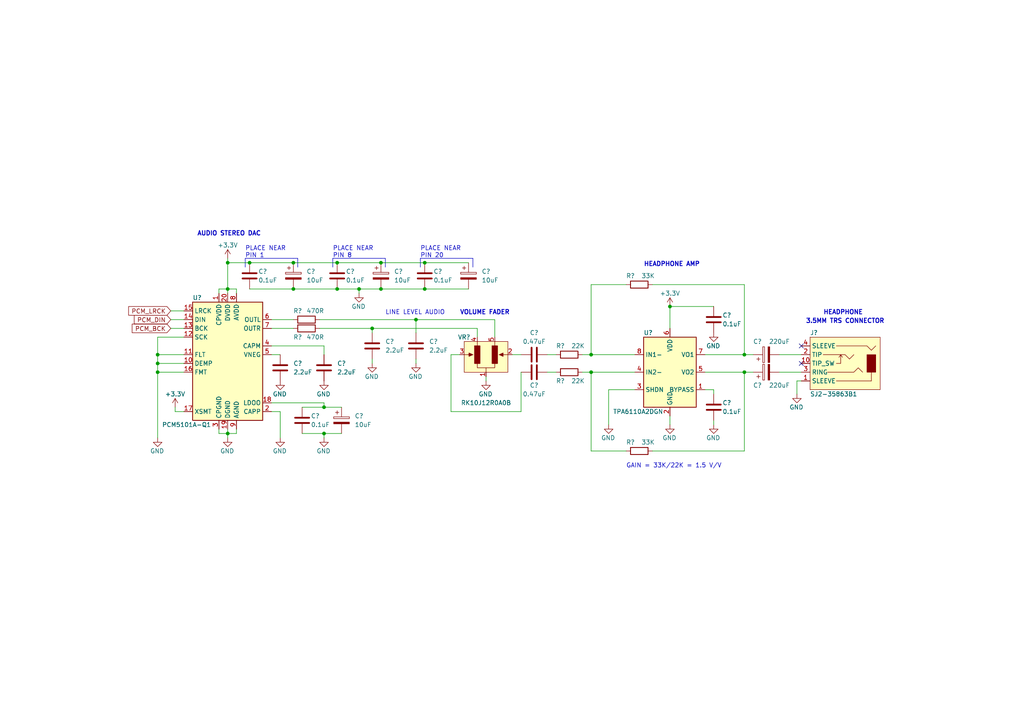
<source format=kicad_sch>
(kicad_sch (version 20230121) (generator eeschema)

  (uuid 7a31fe0a-40f9-468d-902a-c7fad4c9e0f2)

  (paper "A4")

  (title_block
    (title "Tulip CC / Audio")
  )

  (lib_symbols
    (symbol "power:+3.3V" (power) (pin_names (offset 0)) (in_bom yes) (on_board yes)
      (property "Reference" "#PWR" (at 0 -3.81 0)
        (effects (font (size 1.27 1.27)) hide)
      )
      (property "Value" "+3.3V" (at 0 3.556 0)
        (effects (font (size 1.27 1.27)))
      )
      (property "Footprint" "" (at 0 0 0)
        (effects (font (size 1.27 1.27)) hide)
      )
      (property "Datasheet" "" (at 0 0 0)
        (effects (font (size 1.27 1.27)) hide)
      )
      (property "ki_keywords" "global power" (at 0 0 0)
        (effects (font (size 1.27 1.27)) hide)
      )
      (property "ki_description" "Power symbol creates a global label with name \"+3.3V\"" (at 0 0 0)
        (effects (font (size 1.27 1.27)) hide)
      )
      (symbol "+3.3V_0_1"
        (polyline
          (pts
            (xy -0.762 1.27)
            (xy 0 2.54)
          )
          (stroke (width 0) (type default))
          (fill (type none))
        )
        (polyline
          (pts
            (xy 0 0)
            (xy 0 2.54)
          )
          (stroke (width 0) (type default))
          (fill (type none))
        )
        (polyline
          (pts
            (xy 0 2.54)
            (xy 0.762 1.27)
          )
          (stroke (width 0) (type default))
          (fill (type none))
        )
      )
      (symbol "+3.3V_1_1"
        (pin power_in line (at 0 0 90) (length 0) hide
          (name "+3.3V" (effects (font (size 1.27 1.27))))
          (number "1" (effects (font (size 1.27 1.27))))
        )
      )
    )
    (symbol "power:GND" (power) (pin_names (offset 0)) (in_bom yes) (on_board yes)
      (property "Reference" "#PWR" (at 0 -6.35 0)
        (effects (font (size 1.27 1.27)) hide)
      )
      (property "Value" "GND" (at 0 -3.81 0)
        (effects (font (size 1.27 1.27)))
      )
      (property "Footprint" "" (at 0 0 0)
        (effects (font (size 1.27 1.27)) hide)
      )
      (property "Datasheet" "" (at 0 0 0)
        (effects (font (size 1.27 1.27)) hide)
      )
      (property "ki_keywords" "global power" (at 0 0 0)
        (effects (font (size 1.27 1.27)) hide)
      )
      (property "ki_description" "Power symbol creates a global label with name \"GND\" , ground" (at 0 0 0)
        (effects (font (size 1.27 1.27)) hide)
      )
      (symbol "GND_0_1"
        (polyline
          (pts
            (xy 0 0)
            (xy 0 -1.27)
            (xy 1.27 -1.27)
            (xy 0 -2.54)
            (xy -1.27 -1.27)
            (xy 0 -1.27)
          )
          (stroke (width 0) (type default))
          (fill (type none))
        )
      )
      (symbol "GND_1_1"
        (pin power_in line (at 0 0 270) (length 0) hide
          (name "GND" (effects (font (size 1.27 1.27))))
          (number "1" (effects (font (size 1.27 1.27))))
        )
      )
    )
    (symbol "tulipcc_symbol_lib:CAP_0805_0.1UF" (pin_numbers hide) (pin_names (offset 0.254)) (in_bom yes) (on_board yes)
      (property "Reference" "C" (at 0.635 2.54 0)
        (effects (font (size 1.27 1.27)) (justify left))
      )
      (property "Value" "0.1uF" (at 0.635 -2.54 0)
        (effects (font (size 1.27 1.27)) (justify left))
      )
      (property "Footprint" "tulipcc_footprint_lib:C_0805_2012" (at 1.27 -15.24 0)
        (effects (font (size 1.27 1.27)) hide)
      )
      (property "Datasheet" "https://www.mouser.com/datasheet/2/212/KEM_C1002_X7R_SMD-1102033.pdf" (at 1.27 -11.43 0)
        (effects (font (size 1.27 1.27)) hide)
      )
      (property "Manufacturer" "Kemet" (at 0 -20.32 0)
        (effects (font (size 1.27 1.27)) hide)
      )
      (property "Part #" "C0805C104K5RAC7411" (at 0 -22.86 0)
        (effects (font (size 1.27 1.27)) hide)
      )
      (property "Supplier 1" "Mouser" (at 0 -26.67 0)
        (effects (font (size 1.27 1.27)) hide)
      )
      (property "Supplier 1 #" "80-C0805C104K5RACLR" (at 0 -29.21 0)
        (effects (font (size 1.27 1.27)) hide)
      )
      (property "Supplier 2" "DigiKey" (at 0 -33.02 0)
        (effects (font (size 1.27 1.27)) hide)
      )
      (property "Supplier 2 #" "399-C0805C104K5RAC7800CT-ND " (at 2.54 -35.56 0)
        (effects (font (size 1.27 1.27)) hide)
      )
      (property "ki_keywords" "cap capacitor" (at 0 0 0)
        (effects (font (size 1.27 1.27)) hide)
      )
      (property "ki_description" "Capacitor 0805" (at 0 0 0)
        (effects (font (size 1.27 1.27)) hide)
      )
      (property "ki_fp_filters" "C_*" (at 0 0 0)
        (effects (font (size 1.27 1.27)) hide)
      )
      (symbol "CAP_0805_0.1UF_0_1"
        (polyline
          (pts
            (xy -2.032 -0.762)
            (xy 2.032 -0.762)
          )
          (stroke (width 0.508) (type default))
          (fill (type none))
        )
        (polyline
          (pts
            (xy -2.032 0.762)
            (xy 2.032 0.762)
          )
          (stroke (width 0.508) (type default))
          (fill (type none))
        )
      )
      (symbol "CAP_0805_0.1UF_1_1"
        (pin passive line (at 0 3.81 270) (length 2.794)
          (name "~" (effects (font (size 1.27 1.27))))
          (number "1" (effects (font (size 1.27 1.27))))
        )
        (pin passive line (at 0 -3.81 90) (length 2.794)
          (name "~" (effects (font (size 1.27 1.27))))
          (number "2" (effects (font (size 1.27 1.27))))
        )
      )
    )
    (symbol "tulipcc_symbol_lib:CAP_0805_0.47UF" (pin_numbers hide) (pin_names (offset 0.254)) (in_bom yes) (on_board yes)
      (property "Reference" "C" (at 0.635 2.54 0)
        (effects (font (size 1.27 1.27)) (justify left))
      )
      (property "Value" "0.47uF" (at 0.635 -2.54 0)
        (effects (font (size 1.27 1.27)) (justify left))
      )
      (property "Footprint" "tulipcc_footprint_lib:C_0805_2012" (at 1.27 -15.24 0)
        (effects (font (size 1.27 1.27)) hide)
      )
      (property "Datasheet" "https://www.mouser.com/datasheet/2/212/KEM_C1002_X7R_SMD-1102033.pdf" (at 1.27 -11.43 0)
        (effects (font (size 1.27 1.27)) hide)
      )
      (property "Manufacturer" "Kemet" (at 0 -20.32 0)
        (effects (font (size 1.27 1.27)) hide)
      )
      (property "Part #" "C0805C474K3RACTU" (at 0 -22.86 0)
        (effects (font (size 1.27 1.27)) hide)
      )
      (property "Supplier 1" "Mouser" (at 0 -26.67 0)
        (effects (font (size 1.27 1.27)) hide)
      )
      (property "Supplier 1 #" "80-C0805C474K3R" (at 0 -29.21 0)
        (effects (font (size 1.27 1.27)) hide)
      )
      (property "Supplier 2" "DigiKey" (at 0 -33.02 0)
        (effects (font (size 1.27 1.27)) hide)
      )
      (property "Supplier 2 #" "399-C0805C474K3NAC7800CT-ND" (at 2.54 -35.56 0)
        (effects (font (size 1.27 1.27)) hide)
      )
      (property "ki_keywords" "cap capacitor" (at 0 0 0)
        (effects (font (size 1.27 1.27)) hide)
      )
      (property "ki_description" "Capacitor 0805" (at 0 0 0)
        (effects (font (size 1.27 1.27)) hide)
      )
      (property "ki_fp_filters" "C_*" (at 0 0 0)
        (effects (font (size 1.27 1.27)) hide)
      )
      (symbol "CAP_0805_0.47UF_0_1"
        (polyline
          (pts
            (xy -2.032 -0.762)
            (xy 2.032 -0.762)
          )
          (stroke (width 0.508) (type default))
          (fill (type none))
        )
        (polyline
          (pts
            (xy -2.032 0.762)
            (xy 2.032 0.762)
          )
          (stroke (width 0.508) (type default))
          (fill (type none))
        )
      )
      (symbol "CAP_0805_0.47UF_1_1"
        (pin passive line (at 0 3.81 270) (length 2.794)
          (name "~" (effects (font (size 1.27 1.27))))
          (number "1" (effects (font (size 1.27 1.27))))
        )
        (pin passive line (at 0 -3.81 90) (length 2.794)
          (name "~" (effects (font (size 1.27 1.27))))
          (number "2" (effects (font (size 1.27 1.27))))
        )
      )
    )
    (symbol "tulipcc_symbol_lib:CAP_0805_2.2UF" (pin_numbers hide) (pin_names (offset 0.254)) (in_bom yes) (on_board yes)
      (property "Reference" "C" (at 0.635 2.54 0)
        (effects (font (size 1.27 1.27)) (justify left))
      )
      (property "Value" "2.2uF" (at 0.635 -2.54 0)
        (effects (font (size 1.27 1.27)) (justify left))
      )
      (property "Footprint" "tulipcc_footprint_lib:C_0805_2012" (at 1.27 -15.24 0)
        (effects (font (size 1.27 1.27)) hide)
      )
      (property "Datasheet" "https://www.mouser.com/datasheet/2/212/KEM_C1002_X7R_SMD-1102033.pdf" (at 1.27 -11.43 0)
        (effects (font (size 1.27 1.27)) hide)
      )
      (property "Manufacturer" "Kemet" (at 0 -20.32 0)
        (effects (font (size 1.27 1.27)) hide)
      )
      (property "Part #" "C0805C225K3RACTU" (at 0 -22.86 0)
        (effects (font (size 1.27 1.27)) hide)
      )
      (property "Supplier 1" "Mouser" (at 0 -26.67 0)
        (effects (font (size 1.27 1.27)) hide)
      )
      (property "Supplier 1 #" "80-C0805C225K3R" (at 0 -29.21 0)
        (effects (font (size 1.27 1.27)) hide)
      )
      (property "Supplier 2" "DigiKey" (at 0 -33.02 0)
        (effects (font (size 1.27 1.27)) hide)
      )
      (property "Supplier 2 #" "399-11941-1-ND" (at 2.54 -35.56 0)
        (effects (font (size 1.27 1.27)) hide)
      )
      (property "ki_keywords" "cap capacitor" (at 0 0 0)
        (effects (font (size 1.27 1.27)) hide)
      )
      (property "ki_description" "Capacitor 0805" (at 0 0 0)
        (effects (font (size 1.27 1.27)) hide)
      )
      (property "ki_fp_filters" "C_*" (at 0 0 0)
        (effects (font (size 1.27 1.27)) hide)
      )
      (symbol "CAP_0805_2.2UF_0_1"
        (polyline
          (pts
            (xy -2.032 -0.762)
            (xy 2.032 -0.762)
          )
          (stroke (width 0.508) (type default))
          (fill (type none))
        )
        (polyline
          (pts
            (xy -2.032 0.762)
            (xy 2.032 0.762)
          )
          (stroke (width 0.508) (type default))
          (fill (type none))
        )
      )
      (symbol "CAP_0805_2.2UF_1_1"
        (pin passive line (at 0 3.81 270) (length 2.794)
          (name "~" (effects (font (size 1.27 1.27))))
          (number "1" (effects (font (size 1.27 1.27))))
        )
        (pin passive line (at 0 -3.81 90) (length 2.794)
          (name "~" (effects (font (size 1.27 1.27))))
          (number "2" (effects (font (size 1.27 1.27))))
        )
      )
    )
    (symbol "tulipcc_symbol_lib:CAP_10UF_16V" (pin_numbers hide) (pin_names (offset 0.254)) (in_bom yes) (on_board yes)
      (property "Reference" "C" (at 0.635 2.54 0)
        (effects (font (size 1.27 1.27)) (justify left))
      )
      (property "Value" "10uF" (at 0.635 -2.54 0)
        (effects (font (size 1.27 1.27)) (justify left))
      )
      (property "Footprint" "tulipcc_footprint_lib:CAP_WE_865060340001" (at 1.27 -11.43 0)
        (effects (font (size 1.27 1.27)) hide)
      )
      (property "Datasheet" "https://www.we-online.com/components/products/datasheet/865060345007.pdf" (at 0 -13.97 0)
        (effects (font (size 1.27 1.27)) hide)
      )
      (property "Rating" "16V" (at 2.54 -5.08 0)
        (effects (font (size 1.27 1.27)) hide)
      )
      (property "Manufacturer" "WE" (at 0 -17.78 0)
        (effects (font (size 1.27 1.27)) hide)
      )
      (property "Part #" "865060340001" (at 0 -20.32 0)
        (effects (font (size 1.27 1.27)) hide)
      )
      (property "Supplier 1" "Mouser" (at 0 -22.86 0)
        (effects (font (size 1.27 1.27)) hide)
      )
      (property "Supplier 1 #" "710-865060340001" (at 0 -25.4 0)
        (effects (font (size 1.27 1.27)) hide)
      )
      (property "Supplier 2" "DigiKey" (at 0 -29.21 0)
        (effects (font (size 1.27 1.27)) hide)
      )
      (property "Supplier 2 #" "732-8518-1-ND" (at 0 -31.75 0)
        (effects (font (size 1.27 1.27)) hide)
      )
      (property "ki_keywords" "cap capacitor" (at 0 0 0)
        (effects (font (size 1.27 1.27)) hide)
      )
      (property "ki_description" "Polarized capacitor" (at 0 0 0)
        (effects (font (size 1.27 1.27)) hide)
      )
      (property "ki_fp_filters" "CP_*" (at 0 0 0)
        (effects (font (size 1.27 1.27)) hide)
      )
      (symbol "CAP_10UF_16V_0_1"
        (rectangle (start -2.286 0.508) (end 2.286 1.016)
          (stroke (width 0) (type default))
          (fill (type none))
        )
        (polyline
          (pts
            (xy -1.778 2.286)
            (xy -0.762 2.286)
          )
          (stroke (width 0) (type default))
          (fill (type none))
        )
        (polyline
          (pts
            (xy -1.27 2.794)
            (xy -1.27 1.778)
          )
          (stroke (width 0) (type default))
          (fill (type none))
        )
        (rectangle (start 2.286 -0.508) (end -2.286 -1.016)
          (stroke (width 0) (type default))
          (fill (type outline))
        )
      )
      (symbol "CAP_10UF_16V_1_1"
        (pin passive line (at 0 3.81 270) (length 2.794)
          (name "" (effects (font (size 1.27 1.27))))
          (number "1" (effects (font (size 1.27 1.27))))
        )
        (pin passive line (at 0 -3.81 90) (length 2.794)
          (name "" (effects (font (size 1.27 1.27))))
          (number "2" (effects (font (size 1.27 1.27))))
        )
      )
    )
    (symbol "tulipcc_symbol_lib:CAP_220UF_16V" (pin_numbers hide) (pin_names (offset 0.254)) (in_bom yes) (on_board yes)
      (property "Reference" "C" (at 0.635 2.54 0)
        (effects (font (size 1.27 1.27)) (justify left))
      )
      (property "Value" "220uF" (at 0.635 -2.54 0)
        (effects (font (size 1.27 1.27)) (justify left))
      )
      (property "Footprint" "tulipcc_footprint_lib:CAP_WE_865060345007" (at 1.27 -11.43 0)
        (effects (font (size 1.27 1.27)) hide)
      )
      (property "Datasheet" "https://www.we-online.com/components/products/datasheet/865060345007.pdf" (at 0 -13.97 0)
        (effects (font (size 1.27 1.27)) hide)
      )
      (property "Rating" "16V" (at 2.54 -5.08 0)
        (effects (font (size 1.27 1.27)) hide)
      )
      (property "Manufacturer" "WE" (at 0 -17.78 0)
        (effects (font (size 1.27 1.27)) hide)
      )
      (property "Part #" "865060345007" (at 0 -20.32 0)
        (effects (font (size 1.27 1.27)) hide)
      )
      (property "Supplier 1" "Mouser" (at 0 -22.86 0)
        (effects (font (size 1.27 1.27)) hide)
      )
      (property "Supplier 1 #" "710-865060345007" (at 0 -25.4 0)
        (effects (font (size 1.27 1.27)) hide)
      )
      (property "Supplier 2" "DigiKey" (at 0 -29.21 0)
        (effects (font (size 1.27 1.27)) hide)
      )
      (property "Supplier 2 #" "732-8524-1-ND" (at 0 -31.75 0)
        (effects (font (size 1.27 1.27)) hide)
      )
      (property "ki_keywords" "cap capacitor" (at 0 0 0)
        (effects (font (size 1.27 1.27)) hide)
      )
      (property "ki_description" "Polarized capacitor" (at 0 0 0)
        (effects (font (size 1.27 1.27)) hide)
      )
      (property "ki_fp_filters" "CP_*" (at 0 0 0)
        (effects (font (size 1.27 1.27)) hide)
      )
      (symbol "CAP_220UF_16V_0_1"
        (rectangle (start -2.286 0.508) (end 2.286 1.016)
          (stroke (width 0) (type default))
          (fill (type none))
        )
        (polyline
          (pts
            (xy -1.778 2.286)
            (xy -0.762 2.286)
          )
          (stroke (width 0) (type default))
          (fill (type none))
        )
        (polyline
          (pts
            (xy -1.27 2.794)
            (xy -1.27 1.778)
          )
          (stroke (width 0) (type default))
          (fill (type none))
        )
        (rectangle (start 2.286 -0.508) (end -2.286 -1.016)
          (stroke (width 0) (type default))
          (fill (type outline))
        )
      )
      (symbol "CAP_220UF_16V_1_1"
        (pin passive line (at 0 3.81 270) (length 2.794)
          (name "" (effects (font (size 1.27 1.27))))
          (number "1" (effects (font (size 1.27 1.27))))
        )
        (pin passive line (at 0 -3.81 90) (length 2.794)
          (name "" (effects (font (size 1.27 1.27))))
          (number "2" (effects (font (size 1.27 1.27))))
        )
      )
    )
    (symbol "tulipcc_symbol_lib:CON_TRS_CUI_SJ2-35863B1" (in_bom yes) (on_board yes)
      (property "Reference" "J" (at -8.89 8.89 0)
        (effects (font (size 1.27 1.27)))
      )
      (property "Value" "SJ2-35863B1" (at 0 -10.16 0)
        (effects (font (size 1.27 1.27)))
      )
      (property "Footprint" "tulipcc_footprint_lib:CON_CUI_SJ2-35863B1-SMT" (at 1.27 -16.51 0)
        (effects (font (size 1.27 1.27)) hide)
      )
      (property "Datasheet" "https://www.mouser.com/datasheet/2/670/sj2_3586x_smt-1779253.pdf" (at 1.27 -13.97 0)
        (effects (font (size 1.27 1.27)) hide)
      )
      (property "Manufacturer" "CUI" (at 0 -21.59 0)
        (effects (font (size 1.27 1.27)) hide)
      )
      (property "Part #" "SJ2-35863B1-SMT-TR" (at 1.27 -24.13 0)
        (effects (font (size 1.27 1.27)) hide)
      )
      (property "Supplier 1" "Mouser" (at 0 -26.67 0)
        (effects (font (size 1.27 1.27)) hide)
      )
      (property "Supplier 1 #" "595-TPA6110A2DGNR" (at 1.27 -29.21 0)
        (effects (font (size 1.27 1.27)) hide)
      )
      (property "Supplier 2" "DigiKey" (at 0 -33.02 0)
        (effects (font (size 1.27 1.27)) hide)
      )
      (property "Supplier 2 #" "CP-SJ2-35863B1-SMT-CT-ND" (at 1.27 -35.56 0)
        (effects (font (size 1.27 1.27)) hide)
      )
      (property "ki_description" "Audio 3.5mm connector TRS Tip Switch" (at 0 0 0)
        (effects (font (size 1.27 1.27)) hide)
      )
      (symbol "CON_TRS_CUI_SJ2-35863B1_0_1"
        (rectangle (start -10.16 7.62) (end 10.16 -7.62)
          (stroke (width 0) (type default))
          (fill (type background))
        )
        (polyline
          (pts
            (xy 2.54 5.08)
            (xy -7.62 5.08)
          )
          (stroke (width 0) (type default))
          (fill (type none))
        )
        (polyline
          (pts
            (xy 2.54 0)
            (xy 1.27 0)
            (xy 1.27 -2.54)
          )
          (stroke (width 0) (type default))
          (fill (type none))
        )
        (polyline
          (pts
            (xy 1.27 -2.54)
            (xy 1.778 -1.778)
            (xy 1.27 -2.54)
            (xy 0.762 -1.778)
          )
          (stroke (width 0) (type default))
          (fill (type none))
        )
        (polyline
          (pts
            (xy 2.54 -5.08)
            (xy -6.35 -5.08)
            (xy -7.62 -3.81)
            (xy -8.89 -5.08)
          )
          (stroke (width 0) (type default))
          (fill (type none))
        )
        (polyline
          (pts
            (xy 5.08 2.54)
            (xy -2.54 2.54)
            (xy -3.81 1.27)
            (xy -5.08 2.54)
          )
          (stroke (width 0) (type default))
          (fill (type none))
        )
        (polyline
          (pts
            (xy 6.35 -2.54)
            (xy 0 -2.54)
            (xy -1.27 -1.27)
            (xy -2.54 -2.54)
          )
          (stroke (width 0) (type default))
          (fill (type none))
        )
        (polyline
          (pts
            (xy -7.62 5.08)
            (xy -7.62 2.54)
            (xy -8.89 2.54)
            (xy -8.89 -2.54)
            (xy -6.35 -2.54)
            (xy -6.35 2.54)
            (xy -7.62 2.54)
          )
          (stroke (width 0) (type default))
          (fill (type outline))
        )
      )
      (symbol "CON_TRS_CUI_SJ2-35863B1_1_1"
        (pin passive line (at 12.7 5.08 180) (length 2.54)
          (name "SLEEVE" (effects (font (size 1.27 1.27))))
          (number "1" (effects (font (size 1.27 1.27))))
        )
        (pin passive line (at 12.7 0 180) (length 2.54)
          (name "TIP_SW" (effects (font (size 1.27 1.27))))
          (number "10" (effects (font (size 1.27 1.27))))
        )
        (pin passive line (at 12.7 -2.54 180) (length 2.54)
          (name "TIP" (effects (font (size 1.27 1.27))))
          (number "2" (effects (font (size 1.27 1.27))))
        )
        (pin passive line (at 12.7 2.54 180) (length 2.54)
          (name "RING" (effects (font (size 1.27 1.27))))
          (number "3" (effects (font (size 1.27 1.27))))
        )
        (pin passive line (at 12.7 -5.08 180) (length 2.54)
          (name "SLEEVE" (effects (font (size 1.27 1.27))))
          (number "4" (effects (font (size 1.27 1.27))))
        )
      )
    )
    (symbol "tulipcc_symbol_lib:PCM5101A" (in_bom yes) (on_board yes)
      (property "Reference" "U" (at -10.16 19.05 0)
        (effects (font (size 1.27 1.27)) (justify left))
      )
      (property "Value" "PCM5101A-Q1" (at 3.81 21.59 0)
        (effects (font (size 1.27 1.27)) (justify left))
      )
      (property "Footprint" "Package_SO:TSSOP-20_4.4x6.5mm_P0.65mm" (at 25.4 -21.59 0)
        (effects (font (size 1.27 1.27)) hide)
      )
      (property "Datasheet" "https://www.ti.com/lit/ds/symlink/pcm5101a-q1.pdf" (at 2.54 -31.75 0)
        (effects (font (size 1.27 1.27)) hide)
      )
      (property "Manufacturer" "TI" (at 0 -38.1 0)
        (effects (font (size 1.27 1.27)) hide)
      )
      (property "Part #" "PCM5101AQPWRQ1" (at 1.27 -40.64 0)
        (effects (font (size 1.27 1.27)) hide)
      )
      (property "Supplier 1" "Mouser" (at 0 -43.18 0)
        (effects (font (size 1.27 1.27)) hide)
      )
      (property "Supplier 1 #" "595-PCM5101AQPWRQ1" (at 0 -45.72 0)
        (effects (font (size 1.27 1.27)) hide)
      )
      (property "Supplier 2" "DigiKey" (at 0 -48.26 0)
        (effects (font (size 1.27 1.27)) hide)
      )
      (property "Supplier 2 #" "296-37276-1-ND" (at 0 -50.8 0)
        (effects (font (size 1.27 1.27)) hide)
      )
      (property "ki_keywords" "audio dac 2ch 32bit 384kHz" (at 0 0 0)
        (effects (font (size 1.27 1.27)) hide)
      )
      (property "ki_description" "2.1 VRMS, 106dB Audio Stereo DAC with PLL and 32-bit, 384kHz PCM Interface, TSSOP-20" (at 0 0 0)
        (effects (font (size 1.27 1.27)) hide)
      )
      (property "ki_fp_filters" "TSSOP*4.4x6.5mm*P0.65mm*" (at 0 0 0)
        (effects (font (size 1.27 1.27)) hide)
      )
      (symbol "PCM5101A_0_1"
        (rectangle (start -10.16 15.24) (end 10.16 -19.05)
          (stroke (width 0.254) (type default))
          (fill (type background))
        )
      )
      (symbol "PCM5101A_1_1"
        (pin passive line (at -2.54 17.78 270) (length 2.54)
          (name "CPVDD" (effects (font (size 1.27 1.27))))
          (number "1" (effects (font (size 1.27 1.27))))
        )
        (pin input line (at -12.7 -2.54 0) (length 2.54)
          (name "DEMP" (effects (font (size 1.27 1.27))))
          (number "10" (effects (font (size 1.27 1.27))))
        )
        (pin input line (at -12.7 0 0) (length 2.54)
          (name "FLT" (effects (font (size 1.27 1.27))))
          (number "11" (effects (font (size 1.27 1.27))))
        )
        (pin input line (at -12.7 5.08 0) (length 2.54)
          (name "SCK" (effects (font (size 1.27 1.27))))
          (number "12" (effects (font (size 1.27 1.27))))
        )
        (pin input line (at -12.7 7.62 0) (length 2.54)
          (name "BCK" (effects (font (size 1.27 1.27))))
          (number "13" (effects (font (size 1.27 1.27))))
        )
        (pin input line (at -12.7 10.16 0) (length 2.54)
          (name "DIN" (effects (font (size 1.27 1.27))))
          (number "14" (effects (font (size 1.27 1.27))))
        )
        (pin input line (at -12.7 12.7 0) (length 2.54)
          (name "LRCK" (effects (font (size 1.27 1.27))))
          (number "15" (effects (font (size 1.27 1.27))))
        )
        (pin input line (at -12.7 -5.08 0) (length 2.54)
          (name "FMT" (effects (font (size 1.27 1.27))))
          (number "16" (effects (font (size 1.27 1.27))))
        )
        (pin input line (at -12.7 -16.51 0) (length 2.54)
          (name "XSMT" (effects (font (size 1.27 1.27))))
          (number "17" (effects (font (size 1.27 1.27))))
        )
        (pin passive line (at 12.7 -13.97 180) (length 2.54)
          (name "LDOO" (effects (font (size 1.27 1.27))))
          (number "18" (effects (font (size 1.27 1.27))))
        )
        (pin power_in line (at 0 -21.59 90) (length 2.54)
          (name "DGND" (effects (font (size 1.27 1.27))))
          (number "19" (effects (font (size 1.27 1.27))))
        )
        (pin passive line (at 12.7 -16.51 180) (length 2.54)
          (name "CAPP" (effects (font (size 1.27 1.27))))
          (number "2" (effects (font (size 1.27 1.27))))
        )
        (pin power_in line (at 0 17.78 270) (length 2.54)
          (name "DVDD" (effects (font (size 1.27 1.27))))
          (number "20" (effects (font (size 1.27 1.27))))
        )
        (pin power_in line (at -2.54 -21.59 90) (length 2.54)
          (name "CPGND" (effects (font (size 1.27 1.27))))
          (number "3" (effects (font (size 1.27 1.27))))
        )
        (pin passive line (at 12.7 2.54 180) (length 2.54)
          (name "CAPM" (effects (font (size 1.27 1.27))))
          (number "4" (effects (font (size 1.27 1.27))))
        )
        (pin passive line (at 12.7 0 180) (length 2.54)
          (name "VNEG" (effects (font (size 1.27 1.27))))
          (number "5" (effects (font (size 1.27 1.27))))
        )
        (pin output line (at 12.7 10.16 180) (length 2.54)
          (name "OUTL" (effects (font (size 1.27 1.27))))
          (number "6" (effects (font (size 1.27 1.27))))
        )
        (pin output line (at 12.7 7.62 180) (length 2.54)
          (name "OUTR" (effects (font (size 1.27 1.27))))
          (number "7" (effects (font (size 1.27 1.27))))
        )
        (pin power_in line (at 2.54 17.78 270) (length 2.54)
          (name "AVDD" (effects (font (size 1.27 1.27))))
          (number "8" (effects (font (size 1.27 1.27))))
        )
        (pin power_in line (at 2.54 -21.59 90) (length 2.54)
          (name "AGND" (effects (font (size 1.27 1.27))))
          (number "9" (effects (font (size 1.27 1.27))))
        )
      )
    )
    (symbol "tulipcc_symbol_lib:POT_ROTARY_LOG_RK10J12R0A0B" (in_bom yes) (on_board yes)
      (property "Reference" "VR" (at 2.54 0 0)
        (effects (font (size 1.27 1.27)))
      )
      (property "Value" "RK10J12R0A0B" (at 19.05 -11.43 0)
        (effects (font (size 1.27 1.27)))
      )
      (property "Footprint" "tulipcc_footprint_lib:ALPS_RK10J12R0A0B" (at 8.89 -21.59 0)
        (effects (font (size 1.27 1.27)) hide)
      )
      (property "Datasheet" "https://www.mouser.com/datasheet/2/15/RKJ1-1370680.pdf" (at 11.43 -19.05 0)
        (effects (font (size 1.27 1.27)) hide)
      )
      (property "Manufacturer" "Alps" (at 8.89 -25.4 0)
        (effects (font (size 1.27 1.27)) hide)
      )
      (property "Part #" "RK10J12R0A0B" (at 8.89 -27.94 0)
        (effects (font (size 1.27 1.27)) hide)
      )
      (property "Supplier 1" "Mouser" (at 8.89 -31.75 0)
        (effects (font (size 1.27 1.27)) hide)
      )
      (property "Supplier 1 #" "688-RK10J12R0A0B" (at 8.89 -34.29 0)
        (effects (font (size 1.27 1.27)) hide)
      )
      (symbol "POT_ROTARY_LOG_RK10J12R0A0B_0_1"
        (polyline
          (pts
            (xy 2.54 -5.08)
            (xy 4.699 -5.08)
          )
          (stroke (width 0) (type default))
          (fill (type none))
        )
        (polyline
          (pts
            (xy 6.35 -1.27)
            (xy 6.35 -2.54)
          )
          (stroke (width 0) (type default))
          (fill (type none))
        )
        (polyline
          (pts
            (xy 8.89 -10.16)
            (xy 8.89 -8.89)
          )
          (stroke (width 0) (type default))
          (fill (type none))
        )
        (polyline
          (pts
            (xy 11.43 -1.27)
            (xy 11.43 -2.54)
          )
          (stroke (width 0) (type default))
          (fill (type none))
        )
        (polyline
          (pts
            (xy 14.097 -5.08)
            (xy 13.081 -5.08)
          )
          (stroke (width 0) (type default))
          (fill (type none))
        )
        (polyline
          (pts
            (xy 15.24 -5.08)
            (xy 13.97 -5.08)
          )
          (stroke (width 0) (type default))
          (fill (type none))
        )
        (polyline
          (pts
            (xy 5.08 -5.08)
            (xy 3.937 -5.588)
            (xy 3.937 -4.572)
            (xy 5.08 -5.08)
          )
          (stroke (width 0) (type default))
          (fill (type outline))
        )
        (polyline
          (pts
            (xy 11.43 -7.62)
            (xy 11.43 -8.89)
            (xy 6.35 -8.89)
            (xy 6.35 -7.62)
          )
          (stroke (width 0) (type default))
          (fill (type none))
        )
        (polyline
          (pts
            (xy 12.7 -5.08)
            (xy 13.843 -4.572)
            (xy 13.843 -5.588)
            (xy 12.7 -5.08)
          )
          (stroke (width 0) (type default))
          (fill (type outline))
        )
        (rectangle (start 2.54 -1.27) (end 15.24 -10.16)
          (stroke (width 0) (type default))
          (fill (type background))
        )
        (rectangle (start 5.588 -2.54) (end 7.112 -7.62)
          (stroke (width 0.254) (type default))
          (fill (type outline))
        )
        (rectangle (start 10.668 -2.54) (end 12.192 -7.62)
          (stroke (width 0.254) (type default))
          (fill (type outline))
        )
      )
      (symbol "POT_ROTARY_LOG_RK10J12R0A0B_1_1"
        (pin passive line (at 8.89 -11.43 90) (length 1.27)
          (name "" (effects (font (size 1.27 1.27))))
          (number "1" (effects (font (size 1.27 1.27))))
        )
        (pin passive line (at 1.27 -5.08 0) (length 1.27)
          (name "" (effects (font (size 1.27 1.27))))
          (number "2" (effects (font (size 1.27 1.27))))
        )
        (pin passive line (at 16.51 -5.08 180) (length 1.27)
          (name "" (effects (font (size 1.27 1.27))))
          (number "3" (effects (font (size 1.27 1.27))))
        )
        (pin passive line (at 11.43 0 270) (length 1.27)
          (name "" (effects (font (size 1.27 1.27))))
          (number "4" (effects (font (size 1.27 1.27))))
        )
        (pin passive line (at 6.35 0 270) (length 1.27)
          (name "" (effects (font (size 1.27 1.27))))
          (number "5" (effects (font (size 1.27 1.27))))
        )
      )
    )
    (symbol "tulipcc_symbol_lib:RES_0805_22K" (pin_numbers hide) (pin_names (offset 0)) (in_bom yes) (on_board yes)
      (property "Reference" "R" (at 0 2.032 0)
        (effects (font (size 1.27 1.27)))
      )
      (property "Value" "22K" (at 0 -2.54 0)
        (effects (font (size 1.27 1.27)))
      )
      (property "Footprint" "tulipcc_footprint_lib:R_0805_2012" (at 0 -6.35 0)
        (effects (font (size 1.27 1.27)) hide)
      )
      (property "Datasheet" "https://www.mouser.com/datasheet/2/54/cr-1858361.pdf" (at -1.27 -3.81 0)
        (effects (font (size 1.27 1.27)) hide)
      )
      (property "Manufacturer" "Bourns" (at 0 -11.43 0)
        (effects (font (size 1.27 1.27)) hide)
      )
      (property "Part #" "CR0805-FX-2202ELF" (at 0 -13.97 0)
        (effects (font (size 1.27 1.27)) hide)
      )
      (property "Supplier 1" "Mouser" (at 0 -16.51 0)
        (effects (font (size 1.27 1.27)) hide)
      )
      (property "Supplier 1 #" "652-CR0805-FX2202ELF" (at 0 -19.05 0)
        (effects (font (size 1.27 1.27)) hide)
      )
      (property "Supplier 2" "DigiKey" (at 0 -21.59 0)
        (effects (font (size 1.27 1.27)) hide)
      )
      (property "Supplier 2 #" "CR0805-FX-2202ELFCT-ND" (at 0 -24.13 0)
        (effects (font (size 1.27 1.27)) hide)
      )
      (property "ki_keywords" "R res resistor" (at 0 0 0)
        (effects (font (size 1.27 1.27)) hide)
      )
      (property "ki_description" "Resistor 0805" (at 0 0 0)
        (effects (font (size 1.27 1.27)) hide)
      )
      (property "ki_fp_filters" "R_*" (at 0 0 0)
        (effects (font (size 1.27 1.27)) hide)
      )
      (symbol "RES_0805_22K_0_1"
        (rectangle (start 2.54 -1.016) (end -2.54 1.016)
          (stroke (width 0.254) (type default))
          (fill (type none))
        )
      )
      (symbol "RES_0805_22K_1_1"
        (pin passive line (at -3.81 0 0) (length 1.27)
          (name "~" (effects (font (size 1.27 1.27))))
          (number "1" (effects (font (size 1.27 1.27))))
        )
        (pin passive line (at 3.81 0 180) (length 1.27)
          (name "~" (effects (font (size 1.27 1.27))))
          (number "2" (effects (font (size 1.27 1.27))))
        )
      )
    )
    (symbol "tulipcc_symbol_lib:RES_0805_33K" (pin_numbers hide) (pin_names (offset 0)) (in_bom yes) (on_board yes)
      (property "Reference" "R" (at 0 2.032 0)
        (effects (font (size 1.27 1.27)))
      )
      (property "Value" "33K" (at 0 -2.54 0)
        (effects (font (size 1.27 1.27)))
      )
      (property "Footprint" "tulipcc_footprint_lib:R_0805_2012" (at 0 -6.35 0)
        (effects (font (size 1.27 1.27)) hide)
      )
      (property "Datasheet" "https://www.mouser.com/datasheet/2/54/cr-1858361.pdf" (at -1.27 -3.81 0)
        (effects (font (size 1.27 1.27)) hide)
      )
      (property "Manufacturer" "Bourns" (at 0 -11.43 0)
        (effects (font (size 1.27 1.27)) hide)
      )
      (property "Part #" "CR0805-FX-3002ELF" (at 0 -13.97 0)
        (effects (font (size 1.27 1.27)) hide)
      )
      (property "Supplier 1" "Mouser" (at 0 -16.51 0)
        (effects (font (size 1.27 1.27)) hide)
      )
      (property "Supplier 1 #" "652-CR0805FX-3002ELF" (at 0 -19.05 0)
        (effects (font (size 1.27 1.27)) hide)
      )
      (property "Supplier 2" "DigiKey" (at 0 -21.59 0)
        (effects (font (size 1.27 1.27)) hide)
      )
      (property "Supplier 2 #" "CR1206-FX-3002ELFCT-ND" (at 0 -24.13 0)
        (effects (font (size 1.27 1.27)) hide)
      )
      (property "ki_keywords" "R res resistor" (at 0 0 0)
        (effects (font (size 1.27 1.27)) hide)
      )
      (property "ki_description" "Resistor 0805" (at 0 0 0)
        (effects (font (size 1.27 1.27)) hide)
      )
      (property "ki_fp_filters" "R_*" (at 0 0 0)
        (effects (font (size 1.27 1.27)) hide)
      )
      (symbol "RES_0805_33K_0_1"
        (rectangle (start 2.54 -1.016) (end -2.54 1.016)
          (stroke (width 0.254) (type default))
          (fill (type none))
        )
      )
      (symbol "RES_0805_33K_1_1"
        (pin passive line (at -3.81 0 0) (length 1.27)
          (name "~" (effects (font (size 1.27 1.27))))
          (number "1" (effects (font (size 1.27 1.27))))
        )
        (pin passive line (at 3.81 0 180) (length 1.27)
          (name "~" (effects (font (size 1.27 1.27))))
          (number "2" (effects (font (size 1.27 1.27))))
        )
      )
    )
    (symbol "tulipcc_symbol_lib:RES_0805_470R" (pin_numbers hide) (pin_names (offset 0)) (in_bom yes) (on_board yes)
      (property "Reference" "R" (at 0 2.032 0)
        (effects (font (size 1.27 1.27)))
      )
      (property "Value" "470R" (at 0 -2.54 0)
        (effects (font (size 1.27 1.27)))
      )
      (property "Footprint" "tulipcc_footprint_lib:R_0805_2012" (at 0 -6.35 0)
        (effects (font (size 1.27 1.27)) hide)
      )
      (property "Datasheet" "https://www.mouser.com/datasheet/2/54/cr-1858361.pdf" (at -1.27 -3.81 0)
        (effects (font (size 1.27 1.27)) hide)
      )
      (property "Manufacturer" "Bourns" (at 0 -11.43 0)
        (effects (font (size 1.27 1.27)) hide)
      )
      (property "Part #" "CR0805-FX-4703ELF" (at 0 -13.97 0)
        (effects (font (size 1.27 1.27)) hide)
      )
      (property "Supplier 1" "Mouser" (at 0 -16.51 0)
        (effects (font (size 1.27 1.27)) hide)
      )
      (property "Supplier 1 #" "652-CR0805FX-4703ELF" (at 0 -19.05 0)
        (effects (font (size 1.27 1.27)) hide)
      )
      (property "Supplier 2" "DigiKey" (at 0 -21.59 0)
        (effects (font (size 1.27 1.27)) hide)
      )
      (property "Supplier 2 #" "118-CMP1206-FX-4703ELFCT-ND" (at 0 -24.13 0)
        (effects (font (size 1.27 1.27)) hide)
      )
      (property "ki_keywords" "R res resistor" (at 0 0 0)
        (effects (font (size 1.27 1.27)) hide)
      )
      (property "ki_description" "Resistor 0805" (at 0 0 0)
        (effects (font (size 1.27 1.27)) hide)
      )
      (property "ki_fp_filters" "R_*" (at 0 0 0)
        (effects (font (size 1.27 1.27)) hide)
      )
      (symbol "RES_0805_470R_0_1"
        (rectangle (start 2.54 -1.016) (end -2.54 1.016)
          (stroke (width 0.254) (type default))
          (fill (type none))
        )
      )
      (symbol "RES_0805_470R_1_1"
        (pin passive line (at -3.81 0 0) (length 1.27)
          (name "~" (effects (font (size 1.27 1.27))))
          (number "1" (effects (font (size 1.27 1.27))))
        )
        (pin passive line (at 3.81 0 180) (length 1.27)
          (name "~" (effects (font (size 1.27 1.27))))
          (number "2" (effects (font (size 1.27 1.27))))
        )
      )
    )
    (symbol "tulipcc_symbol_lib:TPA6110A2DGN" (in_bom yes) (on_board yes)
      (property "Reference" "U" (at -6.35 11.43 0)
        (effects (font (size 1.27 1.27)))
      )
      (property "Value" "TPA6110A2DGN" (at 8.89 -11.43 0)
        (effects (font (size 1.27 1.27)))
      )
      (property "Footprint" "tulipcc_footprint_lib:HVSSOP-8-1EP_3x3mm_P0.65mm_EP1.57x1.89mm" (at 0 -26.67 0)
        (effects (font (size 1.27 1.27) italic) hide)
      )
      (property "Datasheet" "https://www.ti.com/lit/ds/symlink/tpa6110a2.pdf" (at 0 -24.13 0)
        (effects (font (size 1.27 1.27)) hide)
      )
      (property "Manufacturer" "TI" (at 0 -31.75 0)
        (effects (font (size 1.27 1.27)) hide)
      )
      (property "Part #" "TPA6110A2DGNR" (at 0 -34.29 0)
        (effects (font (size 1.27 1.27)) hide)
      )
      (property "Supplier 1" "Mouser" (at 0 -38.1 0)
        (effects (font (size 1.27 1.27)) hide)
      )
      (property "Supplier 1 #" "595-TPA6110A2DGNR" (at 0 -40.64 0)
        (effects (font (size 1.27 1.27)) hide)
      )
      (property "Supplier 2" "DigiKey" (at 0 -44.45 0)
        (effects (font (size 1.27 1.27)) hide)
      )
      (property "Supplier 2 #" "296-31976-1-ND" (at 1.27 -46.99 0)
        (effects (font (size 1.27 1.27)) hide)
      )
      (property "ki_keywords" "audio amplifier headphone" (at 0 0 0)
        (effects (font (size 1.27 1.27)) hide)
      )
      (property "ki_description" "150-mW Stereo Audio Power Amplifier, HVSSOP" (at 0 0 0)
        (effects (font (size 1.27 1.27)) hide)
      )
      (property "ki_fp_filters" "HVSSOP*3x3mm*P0.65mm*" (at 0 0 0)
        (effects (font (size 1.27 1.27)) hide)
      )
      (symbol "TPA6110A2DGN_0_1"
        (rectangle (start -7.62 10.16) (end 7.62 -10.16)
          (stroke (width 0.254) (type default))
          (fill (type background))
        )
      )
      (symbol "TPA6110A2DGN_1_1"
        (pin passive line (at 10.16 -5.08 180) (length 2.54)
          (name "BYPASS" (effects (font (size 1.27 1.27))))
          (number "1" (effects (font (size 1.27 1.27))))
        )
        (pin power_in line (at 0 -12.7 90) (length 2.54)
          (name "GND" (effects (font (size 1.27 1.27))))
          (number "2" (effects (font (size 1.27 1.27))))
        )
        (pin input line (at -10.16 -5.08 0) (length 2.54)
          (name "SHDN" (effects (font (size 1.27 1.27))))
          (number "3" (effects (font (size 1.27 1.27))))
        )
        (pin input line (at -10.16 0 0) (length 2.54)
          (name "IN2-" (effects (font (size 1.27 1.27))))
          (number "4" (effects (font (size 1.27 1.27))))
        )
        (pin output line (at 10.16 0 180) (length 2.54)
          (name "VO2" (effects (font (size 1.27 1.27))))
          (number "5" (effects (font (size 1.27 1.27))))
        )
        (pin power_in line (at 0 12.7 270) (length 2.54)
          (name "VDD" (effects (font (size 1.27 1.27))))
          (number "6" (effects (font (size 1.27 1.27))))
        )
        (pin output line (at 10.16 5.08 180) (length 2.54)
          (name "VO1" (effects (font (size 1.27 1.27))))
          (number "7" (effects (font (size 1.27 1.27))))
        )
        (pin input line (at -10.16 5.08 0) (length 2.54)
          (name "IN1-" (effects (font (size 1.27 1.27))))
          (number "8" (effects (font (size 1.27 1.27))))
        )
        (pin passive line (at 0 -12.7 90) (length 2.54) hide
          (name "GND" (effects (font (size 1.27 1.27))))
          (number "9" (effects (font (size 1.27 1.27))))
        )
      )
    )
  )

  (junction (at 110.49 76.2) (diameter 0) (color 0 0 0 0)
    (uuid 023a1ad4-4ba5-4840-90e7-8a33783f92bd)
  )
  (junction (at 171.45 107.95) (diameter 0) (color 0 0 0 0)
    (uuid 09c49778-929e-4734-a98d-9a1747b53ec7)
  )
  (junction (at 123.19 76.2) (diameter 0) (color 0 0 0 0)
    (uuid 13e17a9b-774f-4805-8472-f801a8b0a8bc)
  )
  (junction (at 93.98 125.73) (diameter 0) (color 0 0 0 0)
    (uuid 172c8374-3e6b-488b-a8e3-f5d747e596a1)
  )
  (junction (at 120.65 92.71) (diameter 0) (color 0 0 0 0)
    (uuid 265bec5c-241a-4663-b19e-13d49d371202)
  )
  (junction (at 66.04 125.73) (diameter 0) (color 0 0 0 0)
    (uuid 3e2ba08b-a4cd-4400-b2c3-8fb08533ab4f)
  )
  (junction (at 45.72 107.95) (diameter 0) (color 0 0 0 0)
    (uuid 4927dbf6-7424-4d8f-985c-a9de7d6fae42)
  )
  (junction (at 66.04 83.82) (diameter 0) (color 0 0 0 0)
    (uuid 5e3b983f-b2a0-481a-9d09-6753ab33340d)
  )
  (junction (at 97.79 76.2) (diameter 0) (color 0 0 0 0)
    (uuid 5f574059-f8d7-47e0-80b4-7aee74c026dc)
  )
  (junction (at 104.14 83.82) (diameter 0) (color 0 0 0 0)
    (uuid 6f1e6f4c-ac58-467a-9636-cdf1e8020282)
  )
  (junction (at 215.9 107.95) (diameter 0) (color 0 0 0 0)
    (uuid 70e15f7e-1a43-407c-bfb4-50badcc7b8ba)
  )
  (junction (at 110.49 83.82) (diameter 0) (color 0 0 0 0)
    (uuid 8ef323b3-76f6-4832-93d4-ecee7bd37e82)
  )
  (junction (at 66.04 76.2) (diameter 0) (color 0 0 0 0)
    (uuid 9ef0beef-d5f9-413c-8891-d2511764ec39)
  )
  (junction (at 97.79 83.82) (diameter 0) (color 0 0 0 0)
    (uuid a74449af-3963-4246-910f-46aefd698039)
  )
  (junction (at 171.45 102.87) (diameter 0) (color 0 0 0 0)
    (uuid ad8ee6d3-1820-44f2-8974-ec5418e86e0f)
  )
  (junction (at 93.98 118.11) (diameter 0) (color 0 0 0 0)
    (uuid b51b52b6-b672-4800-ade4-2db270a55434)
  )
  (junction (at 215.9 102.87) (diameter 0) (color 0 0 0 0)
    (uuid b6e9f451-d514-4629-a253-0eb84a8c71ef)
  )
  (junction (at 45.72 102.87) (diameter 0) (color 0 0 0 0)
    (uuid b756cdec-1a75-4e46-b64c-b86b809122fa)
  )
  (junction (at 107.95 95.25) (diameter 0) (color 0 0 0 0)
    (uuid b9d0459a-1f0d-4f0a-a7fd-4f2c724aed42)
  )
  (junction (at 123.19 83.82) (diameter 0) (color 0 0 0 0)
    (uuid be988d4c-13c5-4147-847b-86e71d1d7550)
  )
  (junction (at 85.09 76.2) (diameter 0) (color 0 0 0 0)
    (uuid c09e4e5d-7fa1-4154-9d17-43074478ca7c)
  )
  (junction (at 85.09 83.82) (diameter 0) (color 0 0 0 0)
    (uuid c20b6ea0-3968-469e-8a6b-70588941a5f2)
  )
  (junction (at 72.39 76.2) (diameter 0) (color 0 0 0 0)
    (uuid ce02c6f1-d552-4a52-b2d5-d756d78adb0b)
  )
  (junction (at 194.31 88.9) (diameter 0) (color 0 0 0 0)
    (uuid f51c47d5-d89e-4867-8d28-0f545771a8f2)
  )
  (junction (at 45.72 105.41) (diameter 0) (color 0 0 0 0)
    (uuid fe0b0418-6b0d-4470-9e4f-b7f708067a31)
  )

  (no_connect (at 232.41 105.41) (uuid 518fa415-7c08-415d-af6f-161634ac4bc5))
  (no_connect (at 232.41 100.33) (uuid 8d49efbb-3022-43c5-99ab-ebb4ea1b47e9))

  (wire (pts (xy 45.72 97.79) (xy 45.72 102.87))
    (stroke (width 0) (type default))
    (uuid 00465356-a80e-4b93-bb08-894658ab6658)
  )
  (wire (pts (xy 171.45 82.55) (xy 171.45 102.87))
    (stroke (width 0) (type default))
    (uuid 0250d03d-e9ab-400e-8ba9-138c818ff301)
  )
  (wire (pts (xy 130.81 102.87) (xy 130.81 119.38))
    (stroke (width 0) (type default))
    (uuid 02668795-0961-44f7-b0d3-16e976cc7287)
  )
  (wire (pts (xy 107.95 96.52) (xy 107.95 95.25))
    (stroke (width 0) (type default))
    (uuid 0387414d-04ad-48dd-b14f-bf2a088aabb0)
  )
  (polyline (pts (xy 97.79 74.93) (xy 110.49 74.93))
    (stroke (width 0) (type default))
    (uuid 04392d46-f484-43a6-a05f-6b6eaeedbc3c)
  )

  (wire (pts (xy 215.9 82.55) (xy 215.9 102.87))
    (stroke (width 0) (type default))
    (uuid 0633b192-0ef7-4be8-b8dd-c426f293e84f)
  )
  (polyline (pts (xy 86.36 74.93) (xy 86.36 77.47))
    (stroke (width 0) (type default))
    (uuid 09b29398-ca6c-4b17-9ea7-387de0dc9eae)
  )

  (wire (pts (xy 143.51 92.71) (xy 143.51 97.79))
    (stroke (width 0) (type default))
    (uuid 0b01ba80-7cea-4062-9f85-96b400e50df1)
  )
  (wire (pts (xy 120.65 104.14) (xy 120.65 105.41))
    (stroke (width 0) (type default))
    (uuid 11c6be49-3801-4e06-bd78-b694e075e44e)
  )
  (wire (pts (xy 215.9 102.87) (xy 204.47 102.87))
    (stroke (width 0) (type default))
    (uuid 11d3bb3b-b002-43b8-9554-c235243104c9)
  )
  (wire (pts (xy 120.65 92.71) (xy 143.51 92.71))
    (stroke (width 0) (type default))
    (uuid 19a5e255-743d-4a23-a5f3-5a87613975a9)
  )
  (wire (pts (xy 97.79 76.2) (xy 110.49 76.2))
    (stroke (width 0) (type default))
    (uuid 1a9e023c-f60e-4f2e-aff6-fd570d21aebe)
  )
  (wire (pts (xy 66.04 125.73) (xy 68.58 125.73))
    (stroke (width 0) (type default))
    (uuid 1adc8463-13e1-4a35-a2d9-4c7c48178da3)
  )
  (polyline (pts (xy 72.39 74.93) (xy 71.12 74.93))
    (stroke (width 0) (type default))
    (uuid 1fa5032b-c678-425f-a447-516cba28bd96)
  )

  (wire (pts (xy 171.45 107.95) (xy 171.45 130.81))
    (stroke (width 0) (type default))
    (uuid 213bfbdb-a427-4626-a26b-15e251213146)
  )
  (wire (pts (xy 231.14 110.49) (xy 231.14 114.3))
    (stroke (width 0) (type default))
    (uuid 250e6c76-e61e-482d-ae1a-bab6c98c3da7)
  )
  (wire (pts (xy 63.5 83.82) (xy 66.04 83.82))
    (stroke (width 0) (type default))
    (uuid 2b12edf7-089d-43b9-a094-08dca8e78461)
  )
  (wire (pts (xy 110.49 76.2) (xy 123.19 76.2))
    (stroke (width 0) (type default))
    (uuid 2b6aa2d4-8408-402d-a928-7d755a90eadb)
  )
  (wire (pts (xy 45.72 102.87) (xy 45.72 105.41))
    (stroke (width 0) (type default))
    (uuid 2c1d7e77-9481-4abf-b7d9-6b6ed65d373a)
  )
  (polyline (pts (xy 110.49 74.93) (xy 111.76 74.93))
    (stroke (width 0) (type default))
    (uuid 2d0240fa-8030-4985-8c4d-b55553a77b21)
  )
  (polyline (pts (xy 111.76 74.93) (xy 111.76 77.47))
    (stroke (width 0) (type default))
    (uuid 31a48740-bd7a-4ef4-8ec6-10a0061ad072)
  )

  (wire (pts (xy 78.74 95.25) (xy 85.09 95.25))
    (stroke (width 0) (type default))
    (uuid 323212d4-d68d-40f4-b5ab-4ede88acd0bf)
  )
  (wire (pts (xy 78.74 92.71) (xy 85.09 92.71))
    (stroke (width 0) (type default))
    (uuid 32392bcb-9a24-43e2-998d-a3d831989628)
  )
  (wire (pts (xy 66.04 125.73) (xy 66.04 124.46))
    (stroke (width 0) (type default))
    (uuid 3283ec11-5318-4107-93dc-de035720b536)
  )
  (wire (pts (xy 171.45 102.87) (xy 184.15 102.87))
    (stroke (width 0) (type default))
    (uuid 34b980b8-553d-4697-8ca1-4094bb829e6b)
  )
  (wire (pts (xy 215.9 107.95) (xy 204.47 107.95))
    (stroke (width 0) (type default))
    (uuid 36c852b6-17f3-433b-8037-da39e4e774b6)
  )
  (wire (pts (xy 104.14 85.09) (xy 104.14 83.82))
    (stroke (width 0) (type default))
    (uuid 37745e6e-c142-41b8-b2d8-8409d9cb83bd)
  )
  (wire (pts (xy 176.53 113.03) (xy 176.53 123.19))
    (stroke (width 0) (type default))
    (uuid 37d53c42-7128-46fb-89b7-9480b3f31c71)
  )
  (wire (pts (xy 171.45 107.95) (xy 184.15 107.95))
    (stroke (width 0) (type default))
    (uuid 3a02f657-6d9b-47ca-bd2d-4d85d5f8cc3b)
  )
  (wire (pts (xy 93.98 100.33) (xy 78.74 100.33))
    (stroke (width 0) (type default))
    (uuid 3b9d5bbd-27ae-40f5-ba83-18ba0a2a5d43)
  )
  (polyline (pts (xy 135.89 74.93) (xy 137.16 74.93))
    (stroke (width 0) (type default))
    (uuid 3c79c653-b7d3-492f-a860-13a4f8729cdb)
  )

  (wire (pts (xy 72.39 76.2) (xy 85.09 76.2))
    (stroke (width 0) (type default))
    (uuid 3ceefd5a-e696-4223-be16-42729a271d9d)
  )
  (wire (pts (xy 151.13 119.38) (xy 151.13 107.95))
    (stroke (width 0) (type default))
    (uuid 3f2c398a-9be0-4a78-af95-499db61cb136)
  )
  (polyline (pts (xy 137.16 74.93) (xy 137.16 77.47))
    (stroke (width 0) (type default))
    (uuid 43f58b1d-a8fe-48c6-adc4-6d879fa1aa41)
  )

  (wire (pts (xy 45.72 107.95) (xy 53.34 107.95))
    (stroke (width 0) (type default))
    (uuid 4575c35c-09b2-47ec-b750-b1cf547dd539)
  )
  (wire (pts (xy 171.45 130.81) (xy 181.61 130.81))
    (stroke (width 0) (type default))
    (uuid 46e9188e-405c-47f5-a74b-d668f4cbb581)
  )
  (wire (pts (xy 85.09 76.2) (xy 97.79 76.2))
    (stroke (width 0) (type default))
    (uuid 4787226b-f630-4cf9-a5c6-248fa351d52a)
  )
  (wire (pts (xy 107.95 95.25) (xy 92.71 95.25))
    (stroke (width 0) (type default))
    (uuid 4966c602-647e-4158-85c8-39d669ac52a1)
  )
  (wire (pts (xy 78.74 119.38) (xy 81.28 119.38))
    (stroke (width 0) (type default))
    (uuid 4f6655ef-5e51-40ef-89ee-0c0ce83b50c6)
  )
  (wire (pts (xy 81.28 119.38) (xy 81.28 127))
    (stroke (width 0) (type default))
    (uuid 50c3eb76-4858-4359-9058-8e59465caf8f)
  )
  (wire (pts (xy 49.53 90.17) (xy 53.34 90.17))
    (stroke (width 0) (type default))
    (uuid 510f43d3-5dc0-4879-8f9b-630e231c76ee)
  )
  (wire (pts (xy 140.97 110.49) (xy 140.97 109.22))
    (stroke (width 0) (type default))
    (uuid 52357a1c-a7a8-40eb-8433-370634ea736d)
  )
  (wire (pts (xy 66.04 83.82) (xy 66.04 85.09))
    (stroke (width 0) (type default))
    (uuid 55ff4995-5aa8-4f78-aff0-6b38238be25e)
  )
  (wire (pts (xy 50.8 119.38) (xy 53.34 119.38))
    (stroke (width 0) (type default))
    (uuid 5e8909f4-0020-4b30-b021-a4b63e162b64)
  )
  (wire (pts (xy 107.95 95.25) (xy 138.43 95.25))
    (stroke (width 0) (type default))
    (uuid 62e5ba35-f3c0-4e80-a1d4-6a52b0337ae7)
  )
  (wire (pts (xy 194.31 120.65) (xy 194.31 123.19))
    (stroke (width 0) (type default))
    (uuid 67884919-7573-4346-b433-84bc3b65ec54)
  )
  (wire (pts (xy 66.04 76.2) (xy 66.04 83.82))
    (stroke (width 0) (type default))
    (uuid 68b81e6f-f7ee-47ce-b77f-218f29914175)
  )
  (wire (pts (xy 85.09 83.82) (xy 97.79 83.82))
    (stroke (width 0) (type default))
    (uuid 6bde3473-82a9-4253-ad82-3a440ec5bcde)
  )
  (wire (pts (xy 207.01 113.03) (xy 207.01 114.3))
    (stroke (width 0) (type default))
    (uuid 6e1b116f-2372-4475-830d-442fc161e04f)
  )
  (polyline (pts (xy 96.52 74.93) (xy 96.52 77.47))
    (stroke (width 0) (type default))
    (uuid 706645a0-0a11-412d-9dff-e3a5da70cebc)
  )

  (wire (pts (xy 63.5 83.82) (xy 63.5 85.09))
    (stroke (width 0) (type default))
    (uuid 76c92842-dddf-405f-91f4-3955dfab8cba)
  )
  (polyline (pts (xy 97.79 74.93) (xy 96.52 74.93))
    (stroke (width 0) (type default))
    (uuid 77573193-6eb8-43b2-a5a2-1c0223d872fd)
  )

  (wire (pts (xy 68.58 83.82) (xy 68.58 85.09))
    (stroke (width 0) (type default))
    (uuid 7a72ffe8-f80c-4eb5-9cf1-d3ca32add0f3)
  )
  (polyline (pts (xy 123.19 74.93) (xy 135.89 74.93))
    (stroke (width 0) (type default))
    (uuid 7d5b29ae-d172-4547-a04b-50e2bbc87f33)
  )

  (wire (pts (xy 45.72 97.79) (xy 53.34 97.79))
    (stroke (width 0) (type default))
    (uuid 7db60e0c-1b6e-4662-b301-3cd05f528cf2)
  )
  (wire (pts (xy 215.9 102.87) (xy 218.44 102.87))
    (stroke (width 0) (type default))
    (uuid 7e5ce2f7-f700-4c15-b7a2-b97f4e0f4042)
  )
  (wire (pts (xy 181.61 82.55) (xy 171.45 82.55))
    (stroke (width 0) (type default))
    (uuid 7fd064b7-9df3-4ad8-9817-3b6c7e235a65)
  )
  (wire (pts (xy 204.47 113.03) (xy 207.01 113.03))
    (stroke (width 0) (type default))
    (uuid 82aaf95c-a5eb-4761-828b-34b235014be5)
  )
  (wire (pts (xy 93.98 102.87) (xy 93.98 100.33))
    (stroke (width 0) (type default))
    (uuid 88c38251-77ba-4d61-9b4f-a20f7e2ec973)
  )
  (wire (pts (xy 49.53 92.71) (xy 53.34 92.71))
    (stroke (width 0) (type default))
    (uuid 8db7d8cb-322c-480d-b6ea-10b82d8f5639)
  )
  (wire (pts (xy 189.23 82.55) (xy 215.9 82.55))
    (stroke (width 0) (type default))
    (uuid 8f2d4b8b-ce72-406d-a2ef-6dd743a92023)
  )
  (wire (pts (xy 92.71 92.71) (xy 120.65 92.71))
    (stroke (width 0) (type default))
    (uuid 8fe2ee2b-7a16-48d0-af67-0892bc487115)
  )
  (wire (pts (xy 226.06 107.95) (xy 232.41 107.95))
    (stroke (width 0) (type default))
    (uuid 90805c5d-0712-4e95-bc78-bc1196d9f00d)
  )
  (wire (pts (xy 99.06 125.73) (xy 93.98 125.73))
    (stroke (width 0) (type default))
    (uuid 90e958dd-6c2b-48ae-be21-5ff8920ed9cf)
  )
  (wire (pts (xy 133.35 102.87) (xy 130.81 102.87))
    (stroke (width 0) (type default))
    (uuid 91e55310-2afb-4ab2-b75b-046eb577af47)
  )
  (wire (pts (xy 93.98 118.11) (xy 87.63 118.11))
    (stroke (width 0) (type default))
    (uuid 950919e8-4724-4a45-bc91-6bfa9c2d15dc)
  )
  (wire (pts (xy 215.9 130.81) (xy 215.9 107.95))
    (stroke (width 0) (type default))
    (uuid 966b2bd4-c35a-4fa6-9ca9-974039767c05)
  )
  (wire (pts (xy 148.59 102.87) (xy 151.13 102.87))
    (stroke (width 0) (type default))
    (uuid 987fe62f-376d-4737-9c46-dd5ce18e1f94)
  )
  (wire (pts (xy 168.91 107.95) (xy 171.45 107.95))
    (stroke (width 0) (type default))
    (uuid 9a6347c6-b773-41b0-961a-e07658cb0d04)
  )
  (wire (pts (xy 66.04 83.82) (xy 68.58 83.82))
    (stroke (width 0) (type default))
    (uuid 9a85a103-f2d0-4510-9506-d05518b5bed2)
  )
  (wire (pts (xy 123.19 76.2) (xy 135.89 76.2))
    (stroke (width 0) (type default))
    (uuid 9c7e676d-3264-4008-aa90-dd7d7922762a)
  )
  (wire (pts (xy 50.8 118.11) (xy 50.8 119.38))
    (stroke (width 0) (type default))
    (uuid a4ad8717-0fd5-420c-9cb4-4a8c9ba713b9)
  )
  (wire (pts (xy 93.98 125.73) (xy 93.98 127))
    (stroke (width 0) (type default))
    (uuid a4c981a5-e9e3-442d-9550-59adea254816)
  )
  (wire (pts (xy 138.43 95.25) (xy 138.43 97.79))
    (stroke (width 0) (type default))
    (uuid a6263bc8-5317-44a0-a460-4464731c7646)
  )
  (wire (pts (xy 93.98 118.11) (xy 99.06 118.11))
    (stroke (width 0) (type default))
    (uuid a693bded-9eca-4fb4-84dd-f2764001ab45)
  )
  (wire (pts (xy 93.98 118.11) (xy 93.98 116.84))
    (stroke (width 0) (type default))
    (uuid a6e4805e-2d9b-47b6-bbf7-f99b344628da)
  )
  (wire (pts (xy 45.72 107.95) (xy 45.72 127))
    (stroke (width 0) (type default))
    (uuid a7cdbc48-92d0-481c-a53f-f54331e9b0b3)
  )
  (wire (pts (xy 45.72 105.41) (xy 53.34 105.41))
    (stroke (width 0) (type default))
    (uuid a94180f8-264a-4aac-838d-83fb3f66cd93)
  )
  (wire (pts (xy 49.53 95.25) (xy 53.34 95.25))
    (stroke (width 0) (type default))
    (uuid a9649f89-ebd1-4ac7-809e-d9e7d72305b7)
  )
  (wire (pts (xy 158.75 107.95) (xy 161.29 107.95))
    (stroke (width 0) (type default))
    (uuid ab63d79b-3366-4675-bd9e-aa7465d54c1f)
  )
  (wire (pts (xy 120.65 96.52) (xy 120.65 92.71))
    (stroke (width 0) (type default))
    (uuid aca13195-9d76-4a49-a495-cda0b2c16936)
  )
  (wire (pts (xy 226.06 102.87) (xy 232.41 102.87))
    (stroke (width 0) (type default))
    (uuid ae58bcca-6224-401c-ab33-b578ee992096)
  )
  (wire (pts (xy 87.63 125.73) (xy 93.98 125.73))
    (stroke (width 0) (type default))
    (uuid b874282c-d8f2-4ef2-85de-ca01eb083c09)
  )
  (wire (pts (xy 63.5 124.46) (xy 63.5 125.73))
    (stroke (width 0) (type default))
    (uuid b9eca708-be18-4eda-8512-0cc5c8f32ef2)
  )
  (wire (pts (xy 130.81 119.38) (xy 151.13 119.38))
    (stroke (width 0) (type default))
    (uuid c43ce0c6-17d3-4631-a5ca-b6e26b416e08)
  )
  (wire (pts (xy 66.04 74.93) (xy 66.04 76.2))
    (stroke (width 0) (type default))
    (uuid c6d82e5b-5664-4472-a765-995b087be670)
  )
  (wire (pts (xy 66.04 76.2) (xy 72.39 76.2))
    (stroke (width 0) (type default))
    (uuid cc887bc0-3fef-4a8b-ba4c-c84c9a2976a3)
  )
  (polyline (pts (xy 72.39 74.93) (xy 85.09 74.93))
    (stroke (width 0) (type default))
    (uuid cfe2324d-29b7-4fc1-a20f-53784b878f4a)
  )

  (wire (pts (xy 184.15 113.03) (xy 176.53 113.03))
    (stroke (width 0) (type default))
    (uuid d220afc6-085c-415d-a67f-bdd97e3ccc26)
  )
  (wire (pts (xy 189.23 130.81) (xy 215.9 130.81))
    (stroke (width 0) (type default))
    (uuid d45bfe99-cfe0-4ed4-8e54-641f33a2da46)
  )
  (wire (pts (xy 104.14 83.82) (xy 110.49 83.82))
    (stroke (width 0) (type default))
    (uuid d6646c2c-aad8-473b-aa79-3393a4b8198c)
  )
  (wire (pts (xy 45.72 105.41) (xy 45.72 107.95))
    (stroke (width 0) (type default))
    (uuid d68d4ae4-4ed8-4152-85b7-72d00e5765cd)
  )
  (polyline (pts (xy 85.09 74.93) (xy 86.36 74.93))
    (stroke (width 0) (type default))
    (uuid d768af46-6b0f-4c1a-a170-d833d03f3999)
  )

  (wire (pts (xy 81.28 102.87) (xy 78.74 102.87))
    (stroke (width 0) (type default))
    (uuid d8adf212-2476-49df-9185-21ce26d260c2)
  )
  (wire (pts (xy 68.58 125.73) (xy 68.58 124.46))
    (stroke (width 0) (type default))
    (uuid d9b52897-d1c6-449f-bcde-36f33503f803)
  )
  (wire (pts (xy 123.19 83.82) (xy 135.89 83.82))
    (stroke (width 0) (type default))
    (uuid d9d6c0f0-25e0-4205-a162-1448b7e4631c)
  )
  (polyline (pts (xy 71.12 74.93) (xy 71.12 77.47))
    (stroke (width 0) (type default))
    (uuid dc6f9e6e-c34d-4370-88d6-ac440c74f6fd)
  )

  (wire (pts (xy 158.75 102.87) (xy 161.29 102.87))
    (stroke (width 0) (type default))
    (uuid dfc7e8e7-47c8-46f9-b05b-f419e8f6b732)
  )
  (wire (pts (xy 232.41 110.49) (xy 231.14 110.49))
    (stroke (width 0) (type default))
    (uuid e472a027-f617-403c-92ae-60b7aa8d9c75)
  )
  (wire (pts (xy 66.04 125.73) (xy 66.04 127))
    (stroke (width 0) (type default))
    (uuid e5cab798-a271-4c0b-a230-05fb7c30bac5)
  )
  (wire (pts (xy 194.31 95.25) (xy 194.31 88.9))
    (stroke (width 0) (type default))
    (uuid e61b23cf-0d4b-4efa-a95b-f029a15848ef)
  )
  (wire (pts (xy 97.79 83.82) (xy 104.14 83.82))
    (stroke (width 0) (type default))
    (uuid e78f18b7-2e98-4d77-8292-293de6a8807f)
  )
  (wire (pts (xy 45.72 102.87) (xy 53.34 102.87))
    (stroke (width 0) (type default))
    (uuid e8f7560c-fc16-4af5-a0d0-c0ff4a549069)
  )
  (wire (pts (xy 107.95 104.14) (xy 107.95 105.41))
    (stroke (width 0) (type default))
    (uuid eb36d25a-f0ee-4ec5-824c-7cd7f4073d6d)
  )
  (wire (pts (xy 215.9 107.95) (xy 218.44 107.95))
    (stroke (width 0) (type default))
    (uuid eb3c0ff7-9a9a-4239-9958-44f9e0780397)
  )
  (wire (pts (xy 110.49 83.82) (xy 123.19 83.82))
    (stroke (width 0) (type default))
    (uuid ebe9fc1f-b9fb-4481-a1d4-1ee4f0f2deb9)
  )
  (wire (pts (xy 168.91 102.87) (xy 171.45 102.87))
    (stroke (width 0) (type default))
    (uuid eca53aaf-0475-4b35-a92e-eec246fed610)
  )
  (wire (pts (xy 194.31 88.9) (xy 207.01 88.9))
    (stroke (width 0) (type default))
    (uuid f3ae137c-be7b-4507-b446-5d2a8e74342a)
  )
  (polyline (pts (xy 121.92 74.93) (xy 121.92 77.47))
    (stroke (width 0) (type default))
    (uuid f40199be-a801-4c65-83db-3514ae1c647c)
  )

  (wire (pts (xy 207.01 123.19) (xy 207.01 121.92))
    (stroke (width 0) (type default))
    (uuid f4e0ce3b-9649-4adf-a0ac-3fb48b5e8057)
  )
  (wire (pts (xy 72.39 83.82) (xy 85.09 83.82))
    (stroke (width 0) (type default))
    (uuid f6c4523e-a8e9-42ce-932f-e304082d457e)
  )
  (wire (pts (xy 78.74 116.84) (xy 93.98 116.84))
    (stroke (width 0) (type default))
    (uuid f7b46076-dae4-4b24-9647-c6e197dea31f)
  )
  (wire (pts (xy 63.5 125.73) (xy 66.04 125.73))
    (stroke (width 0) (type default))
    (uuid f8c3754e-3cd6-4694-9666-99c244956cb3)
  )
  (polyline (pts (xy 123.19 74.93) (xy 121.92 74.93))
    (stroke (width 0) (type default))
    (uuid fe81b2de-7ef5-4a4a-ab91-9c4448e33c3a)
  )

  (text "GAIN = 33K/22K = 1.5 V/V" (at 181.61 135.89 0)
    (effects (font (size 1.27 1.27)) (justify left bottom))
    (uuid 1444151d-cf4a-4c3b-9964-1acf3504d7d4)
  )
  (text "3.5MM TRS CONNECTOR" (at 233.68 93.98 0)
    (effects (font (size 1.27 1.27) (thickness 0.254) bold) (justify left bottom))
    (uuid 16e2b56e-33a8-43ea-ba0d-b81c01a33a38)
  )
  (text "HEADPHONE AMP" (at 186.69 77.47 0)
    (effects (font (size 1.27 1.27) (thickness 0.254) bold) (justify left bottom))
    (uuid 3eee54f2-822c-42d0-a6ea-8d1e0422e446)
  )
  (text "VOLUME FADER" (at 133.35 91.44 0)
    (effects (font (size 1.27 1.27) (thickness 0.254) bold) (justify left bottom))
    (uuid 40f18e45-e3f9-40e6-9179-4d2da4982cdf)
  )
  (text "PLACE NEAR \nPIN 20\n" (at 121.92 74.93 0)
    (effects (font (size 1.27 1.27)) (justify left bottom))
    (uuid 436ae737-1b51-4834-ae8c-138bc673d66f)
  )
  (text "PLACE NEAR \nPIN 1" (at 71.12 74.93 0)
    (effects (font (size 1.27 1.27)) (justify left bottom))
    (uuid 59fe1882-baea-45f4-ae95-2a61c7703cdd)
  )
  (text "HEADPHONE\n" (at 238.76 91.44 0)
    (effects (font (size 1.27 1.27) (thickness 0.254) bold) (justify left bottom))
    (uuid ae48d84a-3f90-4c0c-97c5-4b283a96ee92)
  )
  (text "PLACE NEAR \nPIN 8\n" (at 96.52 74.93 0)
    (effects (font (size 1.27 1.27)) (justify left bottom))
    (uuid bd9f523f-1a8b-4888-b44d-08206ec28b7b)
  )
  (text "LINE LEVEL AUDIO" (at 111.76 91.44 0)
    (effects (font (size 1.27 1.27)) (justify left bottom))
    (uuid c95b9b3f-3f8b-4204-a7b9-95258c6751e8)
  )
  (text "AUDIO STEREO DAC" (at 57.15 68.58 0)
    (effects (font (size 1.27 1.27) (thickness 0.254) bold) (justify left bottom))
    (uuid d1c1b5e1-0ce0-4a09-b195-8b9a8776fab5)
  )

  (global_label "PCM_DIN" (shape input) (at 49.53 92.71 180) (fields_autoplaced)
    (effects (font (size 1.27 1.27)) (justify right))
    (uuid 67522dca-2767-40f8-939c-6950beca8035)
    (property "Intersheetrefs" "${INTERSHEET_REFS}" (at 38.3805 92.71 0)
      (effects (font (size 1.27 1.27)) (justify right) hide)
    )
  )
  (global_label "PCM_LRCK" (shape input) (at 49.53 90.17 180) (fields_autoplaced)
    (effects (font (size 1.27 1.27)) (justify right))
    (uuid afd6245a-613c-4b7e-a74c-5816dfcb0846)
    (property "Intersheetrefs" "${INTERSHEET_REFS}" (at 36.7477 90.17 0)
      (effects (font (size 1.27 1.27)) (justify right) hide)
    )
  )
  (global_label "PCM_BCK" (shape input) (at 49.53 95.25 180) (fields_autoplaced)
    (effects (font (size 1.27 1.27)) (justify right))
    (uuid f3c1fe85-d16d-480a-91e9-7f604563eb46)
    (property "Intersheetrefs" "${INTERSHEET_REFS}" (at 37.7758 95.25 0)
      (effects (font (size 1.27 1.27)) (justify right) hide)
    )
  )

  (symbol (lib_id "tulipcc_symbol_lib:CAP_0805_2.2UF") (at 93.98 106.68 0) (unit 1)
    (in_bom yes) (on_board yes) (dnp no) (fields_autoplaced)
    (uuid 03f9d4b3-83e2-4732-b26e-a0a89c4fece5)
    (property "Reference" "C?" (at 97.79 105.41 0)
      (effects (font (size 1.27 1.27)) (justify left))
    )
    (property "Value" "2.2uF" (at 97.79 107.95 0)
      (effects (font (size 1.27 1.27)) (justify left))
    )
    (property "Footprint" "tulipcc_footprint_lib:C_0805_2012" (at 95.25 121.92 0)
      (effects (font (size 1.27 1.27)) hide)
    )
    (property "Datasheet" "https://www.mouser.com/datasheet/2/212/KEM_C1002_X7R_SMD-1102033.pdf" (at 95.25 118.11 0)
      (effects (font (size 1.27 1.27)) hide)
    )
    (property "Manufacturer" "Kemet" (at 93.98 127 0)
      (effects (font (size 1.27 1.27)) hide)
    )
    (property "Part #" "C0805C225K3RACTU" (at 93.98 129.54 0)
      (effects (font (size 1.27 1.27)) hide)
    )
    (property "Supplier 1" "Mouser" (at 93.98 133.35 0)
      (effects (font (size 1.27 1.27)) hide)
    )
    (property "Supplier 1 #" "80-C0805C225K3R" (at 93.98 135.89 0)
      (effects (font (size 1.27 1.27)) hide)
    )
    (property "Supplier 2" "DigiKey" (at 93.98 139.7 0)
      (effects (font (size 1.27 1.27)) hide)
    )
    (property "Supplier 2 #" "399-11941-1-ND" (at 96.52 142.24 0)
      (effects (font (size 1.27 1.27)) hide)
    )
    (pin "1" (uuid 346d4daf-9b4e-46d7-8bcd-39d6d2346b5a))
    (pin "2" (uuid 5483480b-f636-4866-b5c7-fef9a95a40f6))
    (instances
      (project "tulipcc"
        (path "/1f3f3d49-7116-41fe-a955-23c6a78acccd"
          (reference "C?") (unit 1)
        )
        (path "/1f3f3d49-7116-41fe-a955-23c6a78acccd/3d001c16-c356-40cf-94c4-c1000ab40cf1"
          (reference "C23") (unit 1)
        )
      )
    )
  )

  (symbol (lib_id "tulipcc_symbol_lib:PCM5101A") (at 66.04 102.87 0) (unit 1)
    (in_bom yes) (on_board yes) (dnp no)
    (uuid 052efe3e-3875-465d-9cbc-cf1326035228)
    (property "Reference" "U?" (at 55.88 86.36 0)
      (effects (font (size 1.27 1.27)) (justify left))
    )
    (property "Value" "PCM5101A-Q1" (at 46.99 123.19 0)
      (effects (font (size 1.27 1.27)) (justify left))
    )
    (property "Footprint" "Package_SO:TSSOP-20_4.4x6.5mm_P0.65mm" (at 91.44 119.38 0)
      (effects (font (size 1.27 1.27)) hide)
    )
    (property "Datasheet" "https://www.ti.com/lit/ds/symlink/pcm5101a-q1.pdf" (at 68.58 134.62 0)
      (effects (font (size 1.27 1.27)) hide)
    )
    (property "Manufacturer" "TI" (at 66.04 140.97 0)
      (effects (font (size 1.27 1.27)) hide)
    )
    (property "Part #" "PCM5101AQPWRQ1" (at 67.31 143.51 0)
      (effects (font (size 1.27 1.27)) hide)
    )
    (property "Supplier 1" "Mouser" (at 66.04 146.05 0)
      (effects (font (size 1.27 1.27)) hide)
    )
    (property "Supplier 1 #" "595-PCM5101AQPWRQ1" (at 66.04 148.59 0)
      (effects (font (size 1.27 1.27)) hide)
    )
    (property "Supplier 2" "DigiKey" (at 66.04 151.13 0)
      (effects (font (size 1.27 1.27)) hide)
    )
    (property "Supplier 2 #" "296-37276-1-ND" (at 66.04 153.67 0)
      (effects (font (size 1.27 1.27)) hide)
    )
    (pin "1" (uuid f809de31-8663-4958-b000-f40dd8387b8d))
    (pin "10" (uuid f35ea3d3-da72-4d1c-bb9c-6edf5fc0a7b3))
    (pin "11" (uuid 528ceeab-64bc-4aaa-a7ad-1270d8c1dac7))
    (pin "12" (uuid 89b54e04-c3a1-4c76-9456-b66f8f3dfbd9))
    (pin "13" (uuid adbe0a30-86b4-4b83-a0bb-a9b85cea9993))
    (pin "14" (uuid 488637da-553c-402c-9c3e-bd3bf30d9405))
    (pin "15" (uuid 151640d3-1745-4f42-b0e5-0fdb4b777ecc))
    (pin "16" (uuid ba2c27ca-a167-453e-9522-7dad4f18f562))
    (pin "17" (uuid 836f5e38-8711-473f-bd6b-d6bebb7a84af))
    (pin "18" (uuid 91cac406-9382-4b50-bc63-91e91507b767))
    (pin "19" (uuid 953cb854-d820-4b11-a6e2-802d881836d4))
    (pin "2" (uuid 6b26dd8a-2da6-44bb-89fd-d23dfed3b8f9))
    (pin "20" (uuid d9765d22-69aa-4372-9ed5-cc7bc496a8a1))
    (pin "3" (uuid 3a625380-ca80-4bae-814a-da7e4ef7796c))
    (pin "4" (uuid f348991c-175d-4355-926d-4899b983dc05))
    (pin "5" (uuid f66314ad-3ab3-4569-b4d8-898140ac5e3b))
    (pin "6" (uuid aa279bba-c641-4ff2-a94d-cea9ea35e78e))
    (pin "7" (uuid 70216d33-4627-497d-a029-ca9a23cbba19))
    (pin "8" (uuid 038f11a3-94d8-4cd9-aa6b-f5ea53c87f6e))
    (pin "9" (uuid c5e2d7fc-2639-4b4f-b1cf-4a7baeeb6843))
    (instances
      (project "tulipcc"
        (path "/1f3f3d49-7116-41fe-a955-23c6a78acccd"
          (reference "U?") (unit 1)
        )
        (path "/1f3f3d49-7116-41fe-a955-23c6a78acccd/3d001c16-c356-40cf-94c4-c1000ab40cf1"
          (reference "U8") (unit 1)
        )
      )
    )
  )

  (symbol (lib_id "tulipcc_symbol_lib:CAP_10UF_16V") (at 99.06 121.92 0) (unit 1)
    (in_bom yes) (on_board yes) (dnp no)
    (uuid 055c97f5-8198-4fe8-88c7-33b8d1409bdb)
    (property "Reference" "C?" (at 102.87 120.65 0)
      (effects (font (size 1.27 1.27)) (justify left))
    )
    (property "Value" "10uF" (at 102.87 123.19 0)
      (effects (font (size 1.27 1.27)) (justify left))
    )
    (property "Footprint" "tulipcc_footprint_lib:CAP_WE_865060340001" (at 100.33 133.35 0)
      (effects (font (size 1.27 1.27)) hide)
    )
    (property "Datasheet" "https://www.we-online.com/components/products/datasheet/865060345007.pdf" (at 99.06 135.89 0)
      (effects (font (size 1.27 1.27)) hide)
    )
    (property "Manufacturer" "WE" (at 99.06 139.7 0)
      (effects (font (size 1.27 1.27)) hide)
    )
    (property "Part #" "865060340001" (at 99.06 142.24 0)
      (effects (font (size 1.27 1.27)) hide)
    )
    (property "Supplier 1" "Mouser" (at 99.06 144.78 0)
      (effects (font (size 1.27 1.27)) hide)
    )
    (property "Supplier 1 #" "710-865060340001" (at 99.06 147.32 0)
      (effects (font (size 1.27 1.27)) hide)
    )
    (property "Supplier 2" "DigiKey" (at 99.06 151.13 0)
      (effects (font (size 1.27 1.27)) hide)
    )
    (property "Supplier 2 #" "732-8518-1-ND" (at 99.06 153.67 0)
      (effects (font (size 1.27 1.27)) hide)
    )
    (property "Rating" "16V" (at 101.6 127 0)
      (effects (font (size 1.27 1.27)) hide)
    )
    (pin "1" (uuid 216f3c81-10ad-4589-8e3b-65a1effc3441))
    (pin "2" (uuid e882f614-906f-4211-af82-77bb49f0a543))
    (instances
      (project "tulipcc"
        (path "/1f3f3d49-7116-41fe-a955-23c6a78acccd"
          (reference "C?") (unit 1)
        )
        (path "/1f3f3d49-7116-41fe-a955-23c6a78acccd/3d001c16-c356-40cf-94c4-c1000ab40cf1"
          (reference "C28") (unit 1)
        )
      )
    )
  )

  (symbol (lib_id "power:GND") (at 81.28 110.49 0) (unit 1)
    (in_bom yes) (on_board yes) (dnp no)
    (uuid 05fc2d1c-7607-4cc2-b6c9-44ce46fa2dd0)
    (property "Reference" "#PWR?" (at 81.28 116.84 0)
      (effects (font (size 1.27 1.27)) hide)
    )
    (property "Value" "GND" (at 83.185 114.3 0)
      (effects (font (size 1.27 1.27)) (justify right))
    )
    (property "Footprint" "" (at 81.28 110.49 0)
      (effects (font (size 1.27 1.27)) hide)
    )
    (property "Datasheet" "" (at 81.28 110.49 0)
      (effects (font (size 1.27 1.27)) hide)
    )
    (pin "1" (uuid 50fa2101-6c82-491a-9d44-5dded9713a8c))
    (instances
      (project "tulipcc"
        (path "/1f3f3d49-7116-41fe-a955-23c6a78acccd"
          (reference "#PWR?") (unit 1)
        )
        (path "/1f3f3d49-7116-41fe-a955-23c6a78acccd/3d001c16-c356-40cf-94c4-c1000ab40cf1"
          (reference "#PWR063") (unit 1)
        )
      )
      (project "sassafras"
        (path "/2f43e12c-664f-49db-adb2-dc21dc0c1abc"
          (reference "#PWR?") (unit 1)
        )
      )
    )
  )

  (symbol (lib_id "tulipcc_symbol_lib:CAP_0805_0.47UF") (at 154.94 102.87 270) (unit 1)
    (in_bom yes) (on_board yes) (dnp no)
    (uuid 0b1b9679-854d-47cc-9308-5df75bfc85cb)
    (property "Reference" "C?" (at 154.94 96.52 90)
      (effects (font (size 1.27 1.27)))
    )
    (property "Value" "0.47uF" (at 154.94 99.06 90)
      (effects (font (size 1.27 1.27)))
    )
    (property "Footprint" "tulipcc_footprint_lib:C_0805_2012" (at 139.7 104.14 0)
      (effects (font (size 1.27 1.27)) hide)
    )
    (property "Datasheet" "https://www.mouser.com/datasheet/2/212/KEM_C1002_X7R_SMD-1102033.pdf" (at 143.51 104.14 0)
      (effects (font (size 1.27 1.27)) hide)
    )
    (property "Manufacturer" "Kemet" (at 134.62 102.87 0)
      (effects (font (size 1.27 1.27)) hide)
    )
    (property "Part #" "C0805C474K3RACTU" (at 132.08 102.87 0)
      (effects (font (size 1.27 1.27)) hide)
    )
    (property "Supplier 1" "Mouser" (at 128.27 102.87 0)
      (effects (font (size 1.27 1.27)) hide)
    )
    (property "Supplier 1 #" "80-C0805C474K3R" (at 125.73 102.87 0)
      (effects (font (size 1.27 1.27)) hide)
    )
    (property "Supplier 2" "DigiKey" (at 121.92 102.87 0)
      (effects (font (size 1.27 1.27)) hide)
    )
    (property "Supplier 2 #" "399-C0805C474K3NAC7800CT-ND" (at 119.38 105.41 0)
      (effects (font (size 1.27 1.27)) hide)
    )
    (pin "1" (uuid 306ba922-ca40-43d2-94f7-f00e643a6c72))
    (pin "2" (uuid 5a412f5f-0bb3-47ae-b272-5bf9c3b937c2))
    (instances
      (project "tulipcc"
        (path "/1f3f3d49-7116-41fe-a955-23c6a78acccd"
          (reference "C?") (unit 1)
        )
        (path "/1f3f3d49-7116-41fe-a955-23c6a78acccd/3d001c16-c356-40cf-94c4-c1000ab40cf1"
          (reference "C20") (unit 1)
        )
      )
    )
  )

  (symbol (lib_id "tulipcc_symbol_lib:RES_0805_470R") (at 88.9 95.25 0) (unit 1)
    (in_bom yes) (on_board yes) (dnp no)
    (uuid 0c95e2f8-5abe-4854-b31f-426364f2b5cd)
    (property "Reference" "R?" (at 86.36 97.79 0)
      (effects (font (size 1.27 1.27)))
    )
    (property "Value" "470R" (at 91.44 97.79 0)
      (effects (font (size 1.27 1.27)))
    )
    (property "Footprint" "tulipcc_footprint_lib:R_0805_2012" (at 88.9 101.6 0)
      (effects (font (size 1.27 1.27)) hide)
    )
    (property "Datasheet" "https://www.mouser.com/datasheet/2/54/cr-1858361.pdf" (at 87.63 99.06 0)
      (effects (font (size 1.27 1.27)) hide)
    )
    (property "Manufacturer" "Bourns" (at 88.9 106.68 0)
      (effects (font (size 1.27 1.27)) hide)
    )
    (property "Part #" "CR0805-FX-4703ELF" (at 88.9 109.22 0)
      (effects (font (size 1.27 1.27)) hide)
    )
    (property "Supplier 1" "Mouser" (at 88.9 111.76 0)
      (effects (font (size 1.27 1.27)) hide)
    )
    (property "Supplier 1 #" "652-CR0805FX-4703ELF" (at 88.9 114.3 0)
      (effects (font (size 1.27 1.27)) hide)
    )
    (property "Supplier 2" "DigiKey" (at 88.9 116.84 0)
      (effects (font (size 1.27 1.27)) hide)
    )
    (property "Supplier 2 #" "118-CMP1206-FX-4703ELFCT-ND" (at 88.9 119.38 0)
      (effects (font (size 1.27 1.27)) hide)
    )
    (pin "1" (uuid 6bfac364-20dd-4d63-ba5c-48727041b735))
    (pin "2" (uuid fb9d8848-ad22-4910-8d64-4a0774a26f42))
    (instances
      (project "tulipcc"
        (path "/1f3f3d49-7116-41fe-a955-23c6a78acccd"
          (reference "R?") (unit 1)
        )
        (path "/1f3f3d49-7116-41fe-a955-23c6a78acccd/3d001c16-c356-40cf-94c4-c1000ab40cf1"
          (reference "R23") (unit 1)
        )
      )
    )
  )

  (symbol (lib_id "tulipcc_symbol_lib:POT_ROTARY_LOG_RK10J12R0A0B") (at 149.86 97.79 0) (mirror y) (unit 1)
    (in_bom yes) (on_board yes) (dnp no)
    (uuid 10cd8eb9-60e1-44cc-bfd3-501da580eb14)
    (property "Reference" "VR?" (at 134.62 97.79 0)
      (effects (font (size 1.27 1.27)))
    )
    (property "Value" "RK10J12R0A0B" (at 140.97 116.84 0)
      (effects (font (size 1.27 1.27)))
    )
    (property "Footprint" "tulipcc_footprint_lib:ALPS_RK10J12R0A0B" (at 140.97 119.38 0)
      (effects (font (size 1.27 1.27)) hide)
    )
    (property "Datasheet" "https://www.mouser.com/datasheet/2/15/RKJ1-1370680.pdf" (at 138.43 116.84 0)
      (effects (font (size 1.27 1.27)) hide)
    )
    (property "Manufacturer" "Alps" (at 140.97 123.19 0)
      (effects (font (size 1.27 1.27)) hide)
    )
    (property "Part #" "RK10J12R0A0B" (at 140.97 125.73 0)
      (effects (font (size 1.27 1.27)) hide)
    )
    (property "Supplier 1" "Mouser" (at 140.97 129.54 0)
      (effects (font (size 1.27 1.27)) hide)
    )
    (property "Supplier 1 #" "688-RK10J12R0A0B" (at 140.97 132.08 0)
      (effects (font (size 1.27 1.27)) hide)
    )
    (pin "1" (uuid e4b749cc-e431-4975-bca6-99335027041c))
    (pin "2" (uuid 7388ae80-e1d2-48c2-b76e-a6f19c4a7dfd))
    (pin "3" (uuid fae78fb6-de61-4073-b9b4-bcaa535a0b1b))
    (pin "4" (uuid 49867204-e85b-4b1e-9f73-ea37730cf723))
    (pin "5" (uuid 8c893d98-f9e6-4042-ade5-c98f801d8dc6))
    (instances
      (project "tulipcc"
        (path "/1f3f3d49-7116-41fe-a955-23c6a78acccd"
          (reference "VR?") (unit 1)
        )
        (path "/1f3f3d49-7116-41fe-a955-23c6a78acccd/3d001c16-c356-40cf-94c4-c1000ab40cf1"
          (reference "VR1") (unit 1)
        )
      )
    )
  )

  (symbol (lib_id "tulipcc_symbol_lib:RES_0805_33K") (at 185.42 130.81 0) (unit 1)
    (in_bom yes) (on_board yes) (dnp no)
    (uuid 122c5679-c52f-4479-99f2-1e8244f264db)
    (property "Reference" "R?" (at 182.88 128.27 0)
      (effects (font (size 1.27 1.27)))
    )
    (property "Value" "33K" (at 187.96 128.27 0)
      (effects (font (size 1.27 1.27)))
    )
    (property "Footprint" "tulipcc_footprint_lib:R_0805_2012" (at 185.42 137.16 0)
      (effects (font (size 1.27 1.27)) hide)
    )
    (property "Datasheet" "https://www.mouser.com/datasheet/2/54/cr-1858361.pdf" (at 184.15 134.62 0)
      (effects (font (size 1.27 1.27)) hide)
    )
    (property "Manufacturer" "Bourns" (at 185.42 142.24 0)
      (effects (font (size 1.27 1.27)) hide)
    )
    (property "Part #" "CR0805-FX-3002ELF" (at 185.42 144.78 0)
      (effects (font (size 1.27 1.27)) hide)
    )
    (property "Supplier 1" "Mouser" (at 185.42 147.32 0)
      (effects (font (size 1.27 1.27)) hide)
    )
    (property "Supplier 1 #" "652-CR0805FX-3002ELF" (at 185.42 149.86 0)
      (effects (font (size 1.27 1.27)) hide)
    )
    (property "Supplier 2" "DigiKey" (at 185.42 152.4 0)
      (effects (font (size 1.27 1.27)) hide)
    )
    (property "Supplier 2 #" "CR1206-FX-3002ELFCT-ND" (at 185.42 154.94 0)
      (effects (font (size 1.27 1.27)) hide)
    )
    (pin "1" (uuid 2ac9a472-2b68-4ab2-a18e-0e3c6dcc7c51))
    (pin "2" (uuid 10f5e5a3-5168-43bc-938f-a2c840be9c9e))
    (instances
      (project "tulipcc"
        (path "/1f3f3d49-7116-41fe-a955-23c6a78acccd"
          (reference "R?") (unit 1)
        )
        (path "/1f3f3d49-7116-41fe-a955-23c6a78acccd/3d001c16-c356-40cf-94c4-c1000ab40cf1"
          (reference "R26") (unit 1)
        )
      )
    )
  )

  (symbol (lib_id "tulipcc_symbol_lib:CAP_0805_2.2UF") (at 81.28 106.68 0) (unit 1)
    (in_bom yes) (on_board yes) (dnp no) (fields_autoplaced)
    (uuid 136a4e49-b4e9-4a31-ab36-a9968e39a59f)
    (property "Reference" "C?" (at 85.09 105.41 0)
      (effects (font (size 1.27 1.27)) (justify left))
    )
    (property "Value" "2.2uF" (at 85.09 107.95 0)
      (effects (font (size 1.27 1.27)) (justify left))
    )
    (property "Footprint" "tulipcc_footprint_lib:C_0805_2012" (at 82.55 121.92 0)
      (effects (font (size 1.27 1.27)) hide)
    )
    (property "Datasheet" "https://www.mouser.com/datasheet/2/212/KEM_C1002_X7R_SMD-1102033.pdf" (at 82.55 118.11 0)
      (effects (font (size 1.27 1.27)) hide)
    )
    (property "Manufacturer" "Kemet" (at 81.28 127 0)
      (effects (font (size 1.27 1.27)) hide)
    )
    (property "Part #" "C0805C225K3RACTU" (at 81.28 129.54 0)
      (effects (font (size 1.27 1.27)) hide)
    )
    (property "Supplier 1" "Mouser" (at 81.28 133.35 0)
      (effects (font (size 1.27 1.27)) hide)
    )
    (property "Supplier 1 #" "80-C0805C225K3R" (at 81.28 135.89 0)
      (effects (font (size 1.27 1.27)) hide)
    )
    (property "Supplier 2" "DigiKey" (at 81.28 139.7 0)
      (effects (font (size 1.27 1.27)) hide)
    )
    (property "Supplier 2 #" "399-11941-1-ND" (at 83.82 142.24 0)
      (effects (font (size 1.27 1.27)) hide)
    )
    (pin "1" (uuid 9317c9b1-f05e-44bf-9443-cd12d2f6d189))
    (pin "2" (uuid f298f05e-f867-4812-980a-d257bb873f06))
    (instances
      (project "tulipcc"
        (path "/1f3f3d49-7116-41fe-a955-23c6a78acccd"
          (reference "C?") (unit 1)
        )
        (path "/1f3f3d49-7116-41fe-a955-23c6a78acccd/3d001c16-c356-40cf-94c4-c1000ab40cf1"
          (reference "C22") (unit 1)
        )
      )
    )
  )

  (symbol (lib_id "tulipcc_symbol_lib:CAP_0805_0.1UF") (at 207.01 118.11 0) (unit 1)
    (in_bom yes) (on_board yes) (dnp no)
    (uuid 16d51b00-a41c-42f0-a8d4-984be92be6db)
    (property "Reference" "C?" (at 209.55 116.84 0)
      (effects (font (size 1.27 1.27)) (justify left))
    )
    (property "Value" "0.1uF" (at 209.55 119.38 0)
      (effects (font (size 1.27 1.27)) (justify left))
    )
    (property "Footprint" "tulipcc_footprint_lib:C_0805_2012" (at 208.28 133.35 0)
      (effects (font (size 1.27 1.27)) hide)
    )
    (property "Datasheet" "https://www.mouser.com/datasheet/2/212/KEM_C1002_X7R_SMD-1102033.pdf" (at 208.28 129.54 0)
      (effects (font (size 1.27 1.27)) hide)
    )
    (property "Manufacturer" "Kemet" (at 207.01 138.43 0)
      (effects (font (size 1.27 1.27)) hide)
    )
    (property "Part #" "C0805C104K5RAC7411" (at 207.01 140.97 0)
      (effects (font (size 1.27 1.27)) hide)
    )
    (property "Supplier 1" "Mouser" (at 207.01 144.78 0)
      (effects (font (size 1.27 1.27)) hide)
    )
    (property "Supplier 1 #" "80-C0805C104K5RACLR" (at 207.01 147.32 0)
      (effects (font (size 1.27 1.27)) hide)
    )
    (property "Supplier 2" "DigiKey" (at 207.01 151.13 0)
      (effects (font (size 1.27 1.27)) hide)
    )
    (property "Supplier 2 #" "399-C0805C104K5RAC7800CT-ND " (at 209.55 153.67 0)
      (effects (font (size 1.27 1.27)) hide)
    )
    (pin "1" (uuid 56769a32-4822-4d09-b3fb-4162b872b05d))
    (pin "2" (uuid 207554df-1bdf-408d-b0c2-b3596e402383))
    (instances
      (project "tulipcc"
        (path "/1f3f3d49-7116-41fe-a955-23c6a78acccd"
          (reference "C?") (unit 1)
        )
        (path "/1f3f3d49-7116-41fe-a955-23c6a78acccd/3d001c16-c356-40cf-94c4-c1000ab40cf1"
          (reference "C26") (unit 1)
        )
      )
    )
  )

  (symbol (lib_id "tulipcc_symbol_lib:CAP_0805_0.1UF") (at 123.19 80.01 0) (unit 1)
    (in_bom yes) (on_board yes) (dnp no)
    (uuid 1daf3f17-418d-4848-bf17-ad02dabb5e4e)
    (property "Reference" "C?" (at 125.73 78.74 0)
      (effects (font (size 1.27 1.27)) (justify left))
    )
    (property "Value" "0.1uF" (at 125.73 81.28 0)
      (effects (font (size 1.27 1.27)) (justify left))
    )
    (property "Footprint" "tulipcc_footprint_lib:C_0805_2012" (at 124.46 95.25 0)
      (effects (font (size 1.27 1.27)) hide)
    )
    (property "Datasheet" "https://www.mouser.com/datasheet/2/212/KEM_C1002_X7R_SMD-1102033.pdf" (at 124.46 91.44 0)
      (effects (font (size 1.27 1.27)) hide)
    )
    (property "Manufacturer" "Kemet" (at 123.19 100.33 0)
      (effects (font (size 1.27 1.27)) hide)
    )
    (property "Part #" "C0805C104K5RAC7411" (at 123.19 102.87 0)
      (effects (font (size 1.27 1.27)) hide)
    )
    (property "Supplier 1" "Mouser" (at 123.19 106.68 0)
      (effects (font (size 1.27 1.27)) hide)
    )
    (property "Supplier 1 #" "80-C0805C104K5RACLR" (at 123.19 109.22 0)
      (effects (font (size 1.27 1.27)) hide)
    )
    (property "Supplier 2" "DigiKey" (at 123.19 113.03 0)
      (effects (font (size 1.27 1.27)) hide)
    )
    (property "Supplier 2 #" "399-C0805C104K5RAC7800CT-ND " (at 125.73 115.57 0)
      (effects (font (size 1.27 1.27)) hide)
    )
    (pin "1" (uuid 36864adc-21fb-4e4e-9af9-e292cb8a7fd0))
    (pin "2" (uuid 7f977e8f-8dc7-4da3-b101-1a503de2440a))
    (instances
      (project "tulipcc"
        (path "/1f3f3d49-7116-41fe-a955-23c6a78acccd"
          (reference "C?") (unit 1)
        )
        (path "/1f3f3d49-7116-41fe-a955-23c6a78acccd/3d001c16-c356-40cf-94c4-c1000ab40cf1"
          (reference "C15") (unit 1)
        )
      )
    )
  )

  (symbol (lib_id "power:+3.3V") (at 194.31 88.9 0) (unit 1)
    (in_bom yes) (on_board yes) (dnp no)
    (uuid 2399bc3b-3fca-4586-9308-a61a57f262f9)
    (property "Reference" "#PWR?" (at 194.31 92.71 0)
      (effects (font (size 1.27 1.27)) hide)
    )
    (property "Value" "+3.3V" (at 194.31 85.09 0)
      (effects (font (size 1.27 1.27)))
    )
    (property "Footprint" "" (at 194.31 88.9 0)
      (effects (font (size 1.27 1.27)) hide)
    )
    (property "Datasheet" "" (at 194.31 88.9 0)
      (effects (font (size 1.27 1.27)) hide)
    )
    (pin "1" (uuid fbf04e2b-2cd3-4256-815f-0ba313e07426))
    (instances
      (project "tulipcc"
        (path "/1f3f3d49-7116-41fe-a955-23c6a78acccd"
          (reference "#PWR?") (unit 1)
        )
        (path "/1f3f3d49-7116-41fe-a955-23c6a78acccd/3d001c16-c356-40cf-94c4-c1000ab40cf1"
          (reference "#PWR059") (unit 1)
        )
      )
    )
  )

  (symbol (lib_id "tulipcc_symbol_lib:CAP_0805_2.2UF") (at 120.65 100.33 0) (unit 1)
    (in_bom yes) (on_board yes) (dnp no) (fields_autoplaced)
    (uuid 2615fdf8-abad-4b76-b82e-b860ae9957a5)
    (property "Reference" "C?" (at 124.46 99.06 0)
      (effects (font (size 1.27 1.27)) (justify left))
    )
    (property "Value" "2.2uF" (at 124.46 101.6 0)
      (effects (font (size 1.27 1.27)) (justify left))
    )
    (property "Footprint" "tulipcc_footprint_lib:C_0805_2012" (at 121.92 115.57 0)
      (effects (font (size 1.27 1.27)) hide)
    )
    (property "Datasheet" "https://www.mouser.com/datasheet/2/212/KEM_C1002_X7R_SMD-1102033.pdf" (at 121.92 111.76 0)
      (effects (font (size 1.27 1.27)) hide)
    )
    (property "Manufacturer" "Kemet" (at 120.65 120.65 0)
      (effects (font (size 1.27 1.27)) hide)
    )
    (property "Part #" "C0805C225K3RACTU" (at 120.65 123.19 0)
      (effects (font (size 1.27 1.27)) hide)
    )
    (property "Supplier 1" "Mouser" (at 120.65 127 0)
      (effects (font (size 1.27 1.27)) hide)
    )
    (property "Supplier 1 #" "80-C0805C225K3R" (at 120.65 129.54 0)
      (effects (font (size 1.27 1.27)) hide)
    )
    (property "Supplier 2" "DigiKey" (at 120.65 133.35 0)
      (effects (font (size 1.27 1.27)) hide)
    )
    (property "Supplier 2 #" "399-11941-1-ND" (at 123.19 135.89 0)
      (effects (font (size 1.27 1.27)) hide)
    )
    (pin "1" (uuid f58e6d58-18ee-4748-91c1-cd739d6d0e96))
    (pin "2" (uuid a6692cec-d169-46e4-a7ef-16e0eb563d45))
    (instances
      (project "tulipcc"
        (path "/1f3f3d49-7116-41fe-a955-23c6a78acccd"
          (reference "C?") (unit 1)
        )
        (path "/1f3f3d49-7116-41fe-a955-23c6a78acccd/3d001c16-c356-40cf-94c4-c1000ab40cf1"
          (reference "C19") (unit 1)
        )
      )
    )
  )

  (symbol (lib_id "power:GND") (at 194.31 123.19 0) (unit 1)
    (in_bom yes) (on_board yes) (dnp no)
    (uuid 2c1ea7d6-d657-4902-a376-6ab70e8ed871)
    (property "Reference" "#PWR?" (at 194.31 129.54 0)
      (effects (font (size 1.27 1.27)) hide)
    )
    (property "Value" "GND" (at 196.215 127 0)
      (effects (font (size 1.27 1.27)) (justify right))
    )
    (property "Footprint" "" (at 194.31 123.19 0)
      (effects (font (size 1.27 1.27)) hide)
    )
    (property "Datasheet" "" (at 194.31 123.19 0)
      (effects (font (size 1.27 1.27)) hide)
    )
    (pin "1" (uuid a87ab7a9-389a-4a7b-b4e9-10cbb3d4ad03))
    (instances
      (project "tulipcc"
        (path "/1f3f3d49-7116-41fe-a955-23c6a78acccd"
          (reference "#PWR?") (unit 1)
        )
        (path "/1f3f3d49-7116-41fe-a955-23c6a78acccd/3d001c16-c356-40cf-94c4-c1000ab40cf1"
          (reference "#PWR069") (unit 1)
        )
      )
      (project "sassafras"
        (path "/2f43e12c-664f-49db-adb2-dc21dc0c1abc"
          (reference "#PWR?") (unit 1)
        )
      )
    )
  )

  (symbol (lib_id "power:GND") (at 140.97 110.49 0) (unit 1)
    (in_bom yes) (on_board yes) (dnp no)
    (uuid 3b666db7-435d-4e9f-80b8-5ea11726c00e)
    (property "Reference" "#PWR?" (at 140.97 116.84 0)
      (effects (font (size 1.27 1.27)) hide)
    )
    (property "Value" "GND" (at 142.875 114.3 0)
      (effects (font (size 1.27 1.27)) (justify right))
    )
    (property "Footprint" "" (at 140.97 110.49 0)
      (effects (font (size 1.27 1.27)) hide)
    )
    (property "Datasheet" "" (at 140.97 110.49 0)
      (effects (font (size 1.27 1.27)) hide)
    )
    (pin "1" (uuid 7cf0950e-fa3e-4275-a76e-b469d84ca93a))
    (instances
      (project "tulipcc"
        (path "/1f3f3d49-7116-41fe-a955-23c6a78acccd"
          (reference "#PWR?") (unit 1)
        )
        (path "/1f3f3d49-7116-41fe-a955-23c6a78acccd/3d001c16-c356-40cf-94c4-c1000ab40cf1"
          (reference "#PWR065") (unit 1)
        )
      )
      (project "sassafras"
        (path "/2f43e12c-664f-49db-adb2-dc21dc0c1abc"
          (reference "#PWR?") (unit 1)
        )
      )
    )
  )

  (symbol (lib_id "tulipcc_symbol_lib:TPA6110A2DGN") (at 194.31 107.95 0) (unit 1)
    (in_bom yes) (on_board yes) (dnp no)
    (uuid 3ffb6579-2af5-44de-8de8-3c1124fea40c)
    (property "Reference" "U?" (at 186.69 96.52 0)
      (effects (font (size 1.27 1.27)) (justify left))
    )
    (property "Value" "TPA6110A2DGN" (at 177.8 119.38 0)
      (effects (font (size 1.27 1.27)) (justify left))
    )
    (property "Footprint" "tulipcc_footprint_lib:HVSSOP-8-1EP_3x3mm_P0.65mm_EP1.57x1.89mm" (at 194.31 134.62 0)
      (effects (font (size 1.27 1.27) italic) hide)
    )
    (property "Datasheet" "https://www.ti.com/lit/ds/symlink/tpa6110a2.pdf" (at 194.31 132.08 0)
      (effects (font (size 1.27 1.27)) hide)
    )
    (property "Manufacturer" "TI" (at 194.31 139.7 0)
      (effects (font (size 1.27 1.27)) hide)
    )
    (property "Part #" "TPA6110A2DGNR" (at 194.31 142.24 0)
      (effects (font (size 1.27 1.27)) hide)
    )
    (property "Supplier 1" "Mouser" (at 194.31 146.05 0)
      (effects (font (size 1.27 1.27)) hide)
    )
    (property "Supplier 1 #" "595-TPA6110A2DGNR" (at 194.31 148.59 0)
      (effects (font (size 1.27 1.27)) hide)
    )
    (property "Supplier 2" "DigiKey" (at 194.31 152.4 0)
      (effects (font (size 1.27 1.27)) hide)
    )
    (property "Supplier 2 #" "296-31976-1-ND" (at 195.58 154.94 0)
      (effects (font (size 1.27 1.27)) hide)
    )
    (pin "1" (uuid c6911ccf-eca1-49ab-a745-43ea751fc2aa))
    (pin "2" (uuid 8af71488-ac3d-4a06-95ed-f9194750cbc5))
    (pin "3" (uuid 43d31a06-615c-4fa6-a3ca-79c2604f3739))
    (pin "4" (uuid dc62c088-0aa0-485f-8781-1ca2e88a060c))
    (pin "5" (uuid 8e04f3d1-8d92-4ebb-8964-b9a23b2aefb1))
    (pin "6" (uuid 0519a4e1-6ada-4f56-b8d6-1ed63dc6001f))
    (pin "7" (uuid 22d04b0e-a3f4-47e2-add4-f5aa00ba9f5d))
    (pin "8" (uuid abd3690d-3841-4849-a77d-100f8b6d51d2))
    (pin "9" (uuid 3744e4a0-3180-46e7-9bed-08a3b6aadc17))
    (instances
      (project "tulipcc"
        (path "/1f3f3d49-7116-41fe-a955-23c6a78acccd"
          (reference "U?") (unit 1)
        )
        (path "/1f3f3d49-7116-41fe-a955-23c6a78acccd/3d001c16-c356-40cf-94c4-c1000ab40cf1"
          (reference "U9") (unit 1)
        )
      )
    )
  )

  (symbol (lib_id "tulipcc_symbol_lib:CAP_0805_0.1UF") (at 72.39 80.01 0) (unit 1)
    (in_bom yes) (on_board yes) (dnp no)
    (uuid 485c3edf-04d0-4e20-bcf7-61cb04a752f2)
    (property "Reference" "C?" (at 74.93 78.74 0)
      (effects (font (size 1.27 1.27)) (justify left))
    )
    (property "Value" "0.1uF" (at 74.93 81.28 0)
      (effects (font (size 1.27 1.27)) (justify left))
    )
    (property "Footprint" "tulipcc_footprint_lib:C_0805_2012" (at 73.66 95.25 0)
      (effects (font (size 1.27 1.27)) hide)
    )
    (property "Datasheet" "https://www.mouser.com/datasheet/2/212/KEM_C1002_X7R_SMD-1102033.pdf" (at 73.66 91.44 0)
      (effects (font (size 1.27 1.27)) hide)
    )
    (property "Manufacturer" "Kemet" (at 72.39 100.33 0)
      (effects (font (size 1.27 1.27)) hide)
    )
    (property "Part #" "C0805C104K5RAC7411" (at 72.39 102.87 0)
      (effects (font (size 1.27 1.27)) hide)
    )
    (property "Supplier 1" "Mouser" (at 72.39 106.68 0)
      (effects (font (size 1.27 1.27)) hide)
    )
    (property "Supplier 1 #" "80-C0805C104K5RACLR" (at 72.39 109.22 0)
      (effects (font (size 1.27 1.27)) hide)
    )
    (property "Supplier 2" "DigiKey" (at 72.39 113.03 0)
      (effects (font (size 1.27 1.27)) hide)
    )
    (property "Supplier 2 #" "399-C0805C104K5RAC7800CT-ND " (at 74.93 115.57 0)
      (effects (font (size 1.27 1.27)) hide)
    )
    (pin "1" (uuid 87c0f7b5-e61b-4a6b-b6f9-06d4c8b3ee3a))
    (pin "2" (uuid 54f0f862-d60a-48ee-ac65-7bc99cf93cdb))
    (instances
      (project "tulipcc"
        (path "/1f3f3d49-7116-41fe-a955-23c6a78acccd"
          (reference "C?") (unit 1)
        )
        (path "/1f3f3d49-7116-41fe-a955-23c6a78acccd/3d001c16-c356-40cf-94c4-c1000ab40cf1"
          (reference "C11") (unit 1)
        )
      )
    )
  )

  (symbol (lib_id "power:GND") (at 93.98 110.49 0) (unit 1)
    (in_bom yes) (on_board yes) (dnp no)
    (uuid 5ac62204-9a6d-40ce-a786-0ecf487a9cdb)
    (property "Reference" "#PWR?" (at 93.98 116.84 0)
      (effects (font (size 1.27 1.27)) hide)
    )
    (property "Value" "GND" (at 95.885 114.3 0)
      (effects (font (size 1.27 1.27)) (justify right))
    )
    (property "Footprint" "" (at 93.98 110.49 0)
      (effects (font (size 1.27 1.27)) hide)
    )
    (property "Datasheet" "" (at 93.98 110.49 0)
      (effects (font (size 1.27 1.27)) hide)
    )
    (pin "1" (uuid 8e1c916d-7195-4a68-98ef-5460b68ad7b1))
    (instances
      (project "tulipcc"
        (path "/1f3f3d49-7116-41fe-a955-23c6a78acccd"
          (reference "#PWR?") (unit 1)
        )
        (path "/1f3f3d49-7116-41fe-a955-23c6a78acccd/3d001c16-c356-40cf-94c4-c1000ab40cf1"
          (reference "#PWR064") (unit 1)
        )
      )
      (project "sassafras"
        (path "/2f43e12c-664f-49db-adb2-dc21dc0c1abc"
          (reference "#PWR?") (unit 1)
        )
      )
    )
  )

  (symbol (lib_id "tulipcc_symbol_lib:RES_0805_22K") (at 165.1 102.87 0) (unit 1)
    (in_bom yes) (on_board yes) (dnp no)
    (uuid 6facf052-95e8-4f46-8e1f-afabdd98c112)
    (property "Reference" "R?" (at 162.56 100.33 0)
      (effects (font (size 1.27 1.27)))
    )
    (property "Value" "22K" (at 167.64 100.33 0)
      (effects (font (size 1.27 1.27)))
    )
    (property "Footprint" "tulipcc_footprint_lib:R_0805_2012" (at 165.1 109.22 0)
      (effects (font (size 1.27 1.27)) hide)
    )
    (property "Datasheet" "https://www.mouser.com/datasheet/2/54/cr-1858361.pdf" (at 163.83 106.68 0)
      (effects (font (size 1.27 1.27)) hide)
    )
    (property "Manufacturer" "Bourns" (at 165.1 114.3 0)
      (effects (font (size 1.27 1.27)) hide)
    )
    (property "Part #" "CR0805-FX-2202ELF" (at 165.1 116.84 0)
      (effects (font (size 1.27 1.27)) hide)
    )
    (property "Supplier 1" "Mouser" (at 165.1 119.38 0)
      (effects (font (size 1.27 1.27)) hide)
    )
    (property "Supplier 1 #" "652-CR0805-FX2202ELF" (at 165.1 121.92 0)
      (effects (font (size 1.27 1.27)) hide)
    )
    (property "Supplier 2" "DigiKey" (at 165.1 124.46 0)
      (effects (font (size 1.27 1.27)) hide)
    )
    (property "Supplier 2 #" "CR0805-FX-2202ELFCT-ND" (at 165.1 127 0)
      (effects (font (size 1.27 1.27)) hide)
    )
    (pin "1" (uuid 048a517d-acaf-43db-8712-890818bcd7a5))
    (pin "2" (uuid 7f9bbbba-7f48-49f2-bbe8-84bf78b1cebe))
    (instances
      (project "tulipcc"
        (path "/1f3f3d49-7116-41fe-a955-23c6a78acccd"
          (reference "R?") (unit 1)
        )
        (path "/1f3f3d49-7116-41fe-a955-23c6a78acccd/3d001c16-c356-40cf-94c4-c1000ab40cf1"
          (reference "R24") (unit 1)
        )
      )
    )
  )

  (symbol (lib_id "tulipcc_symbol_lib:CON_TRS_CUI_SJ2-35863B1") (at 245.11 105.41 180) (unit 1)
    (in_bom yes) (on_board yes) (dnp no)
    (uuid 725af97e-30a9-4e05-9e1b-fc2cf2fd6ec7)
    (property "Reference" "J?" (at 234.95 96.52 0)
      (effects (font (size 1.27 1.27)) (justify right))
    )
    (property "Value" "SJ2-35863B1" (at 234.95 114.3 0)
      (effects (font (size 1.27 1.27)) (justify right))
    )
    (property "Footprint" "tulipcc_footprint_lib:CON_CUI_SJ2-35863B1-SMT" (at 243.84 88.9 0)
      (effects (font (size 1.27 1.27)) hide)
    )
    (property "Datasheet" "https://www.mouser.com/datasheet/2/670/sj2_3586x_smt-1779253.pdf" (at 243.84 91.44 0)
      (effects (font (size 1.27 1.27)) hide)
    )
    (property "Manufacturer" "CUI" (at 245.11 83.82 0)
      (effects (font (size 1.27 1.27)) hide)
    )
    (property "Part #" "SJ2-35863B1-SMT-TR" (at 243.84 81.28 0)
      (effects (font (size 1.27 1.27)) hide)
    )
    (property "Supplier 1" "Mouser" (at 245.11 78.74 0)
      (effects (font (size 1.27 1.27)) hide)
    )
    (property "Supplier 1 #" "595-TPA6110A2DGNR" (at 243.84 76.2 0)
      (effects (font (size 1.27 1.27)) hide)
    )
    (property "Supplier 2" "DigiKey" (at 245.11 72.39 0)
      (effects (font (size 1.27 1.27)) hide)
    )
    (property "Supplier 2 #" "CP-SJ2-35863B1-SMT-CT-ND" (at 243.84 69.85 0)
      (effects (font (size 1.27 1.27)) hide)
    )
    (pin "1" (uuid 398cb7b5-f7fe-465c-8df8-4e2af957aba4))
    (pin "10" (uuid 39783609-e60f-473b-9ca3-7ed445d31657))
    (pin "2" (uuid 2f64fda5-60aa-43db-af3d-22d4b0d937ec))
    (pin "3" (uuid e27d9149-07a8-4dcd-be05-08cab33c79f6))
    (pin "4" (uuid 3143d15c-5f84-4ea3-a3d1-d4b80549a1eb))
    (instances
      (project "tulipcc"
        (path "/1f3f3d49-7116-41fe-a955-23c6a78acccd"
          (reference "J?") (unit 1)
        )
        (path "/1f3f3d49-7116-41fe-a955-23c6a78acccd/3d001c16-c356-40cf-94c4-c1000ab40cf1"
          (reference "J7") (unit 1)
        )
      )
    )
  )

  (symbol (lib_id "power:GND") (at 120.65 105.41 0) (unit 1)
    (in_bom yes) (on_board yes) (dnp no)
    (uuid 72cc34d4-b602-435a-a27a-2602e4626e91)
    (property "Reference" "#PWR?" (at 120.65 111.76 0)
      (effects (font (size 1.27 1.27)) hide)
    )
    (property "Value" "GND" (at 122.555 109.22 0)
      (effects (font (size 1.27 1.27)) (justify right))
    )
    (property "Footprint" "" (at 120.65 105.41 0)
      (effects (font (size 1.27 1.27)) hide)
    )
    (property "Datasheet" "" (at 120.65 105.41 0)
      (effects (font (size 1.27 1.27)) hide)
    )
    (pin "1" (uuid e85ac624-9d5e-4ac0-93b8-77dbdd796ad6))
    (instances
      (project "tulipcc"
        (path "/1f3f3d49-7116-41fe-a955-23c6a78acccd"
          (reference "#PWR?") (unit 1)
        )
        (path "/1f3f3d49-7116-41fe-a955-23c6a78acccd/3d001c16-c356-40cf-94c4-c1000ab40cf1"
          (reference "#PWR062") (unit 1)
        )
      )
      (project "sassafras"
        (path "/2f43e12c-664f-49db-adb2-dc21dc0c1abc"
          (reference "#PWR?") (unit 1)
        )
      )
    )
  )

  (symbol (lib_id "tulipcc_symbol_lib:CAP_10UF_16V") (at 110.49 80.01 0) (unit 1)
    (in_bom yes) (on_board yes) (dnp no)
    (uuid 77ec9c6f-d623-4170-a5d3-796680f45370)
    (property "Reference" "C?" (at 114.3 78.74 0)
      (effects (font (size 1.27 1.27)) (justify left))
    )
    (property "Value" "10uF" (at 114.3 81.28 0)
      (effects (font (size 1.27 1.27)) (justify left))
    )
    (property "Footprint" "tulipcc_footprint_lib:CAP_WE_865060340001" (at 111.76 91.44 0)
      (effects (font (size 1.27 1.27)) hide)
    )
    (property "Datasheet" "https://www.we-online.com/components/products/datasheet/865060345007.pdf" (at 110.49 93.98 0)
      (effects (font (size 1.27 1.27)) hide)
    )
    (property "Manufacturer" "WE" (at 110.49 97.79 0)
      (effects (font (size 1.27 1.27)) hide)
    )
    (property "Part #" "865060340001" (at 110.49 100.33 0)
      (effects (font (size 1.27 1.27)) hide)
    )
    (property "Supplier 1" "Mouser" (at 110.49 102.87 0)
      (effects (font (size 1.27 1.27)) hide)
    )
    (property "Supplier 1 #" "710-865060340001" (at 110.49 105.41 0)
      (effects (font (size 1.27 1.27)) hide)
    )
    (property "Supplier 2" "DigiKey" (at 110.49 109.22 0)
      (effects (font (size 1.27 1.27)) hide)
    )
    (property "Supplier 2 #" "732-8518-1-ND" (at 110.49 111.76 0)
      (effects (font (size 1.27 1.27)) hide)
    )
    (property "Rating" "16V" (at 113.03 85.09 0)
      (effects (font (size 1.27 1.27)) hide)
    )
    (pin "1" (uuid ddc6aea9-8cc1-4ec9-8492-087bf0d02f78))
    (pin "2" (uuid e3d418b6-473c-45c1-8e11-15860ac3e8b5))
    (instances
      (project "tulipcc"
        (path "/1f3f3d49-7116-41fe-a955-23c6a78acccd"
          (reference "C?") (unit 1)
        )
        (path "/1f3f3d49-7116-41fe-a955-23c6a78acccd/3d001c16-c356-40cf-94c4-c1000ab40cf1"
          (reference "C14") (unit 1)
        )
      )
    )
  )

  (symbol (lib_id "tulipcc_symbol_lib:CAP_10UF_16V") (at 135.89 80.01 0) (unit 1)
    (in_bom yes) (on_board yes) (dnp no)
    (uuid 8349789f-e7db-47c6-970f-1b8b6681883c)
    (property "Reference" "C?" (at 139.7 78.74 0)
      (effects (font (size 1.27 1.27)) (justify left))
    )
    (property "Value" "10uF" (at 139.7 81.28 0)
      (effects (font (size 1.27 1.27)) (justify left))
    )
    (property "Footprint" "tulipcc_footprint_lib:CAP_WE_865060340001" (at 137.16 91.44 0)
      (effects (font (size 1.27 1.27)) hide)
    )
    (property "Datasheet" "https://www.we-online.com/components/products/datasheet/865060345007.pdf" (at 135.89 93.98 0)
      (effects (font (size 1.27 1.27)) hide)
    )
    (property "Manufacturer" "WE" (at 135.89 97.79 0)
      (effects (font (size 1.27 1.27)) hide)
    )
    (property "Part #" "865060340001" (at 135.89 100.33 0)
      (effects (font (size 1.27 1.27)) hide)
    )
    (property "Supplier 1" "Mouser" (at 135.89 102.87 0)
      (effects (font (size 1.27 1.27)) hide)
    )
    (property "Supplier 1 #" "710-865060340001" (at 135.89 105.41 0)
      (effects (font (size 1.27 1.27)) hide)
    )
    (property "Supplier 2" "DigiKey" (at 135.89 109.22 0)
      (effects (font (size 1.27 1.27)) hide)
    )
    (property "Supplier 2 #" "732-8518-1-ND" (at 135.89 111.76 0)
      (effects (font (size 1.27 1.27)) hide)
    )
    (property "Rating" "16V" (at 138.43 85.09 0)
      (effects (font (size 1.27 1.27)) hide)
    )
    (pin "1" (uuid 1f47928b-b757-4cdf-aa96-2f3ea259a10e))
    (pin "2" (uuid 47385643-400c-4555-a7d8-4e94a28ff337))
    (instances
      (project "tulipcc"
        (path "/1f3f3d49-7116-41fe-a955-23c6a78acccd"
          (reference "C?") (unit 1)
        )
        (path "/1f3f3d49-7116-41fe-a955-23c6a78acccd/3d001c16-c356-40cf-94c4-c1000ab40cf1"
          (reference "C16") (unit 1)
        )
      )
    )
  )

  (symbol (lib_id "power:GND") (at 207.01 96.52 0) (unit 1)
    (in_bom yes) (on_board yes) (dnp no)
    (uuid 85c8fad8-ae3b-4153-9e31-3728efa60eca)
    (property "Reference" "#PWR?" (at 207.01 102.87 0)
      (effects (font (size 1.27 1.27)) hide)
    )
    (property "Value" "GND" (at 208.915 100.33 0)
      (effects (font (size 1.27 1.27)) (justify right))
    )
    (property "Footprint" "" (at 207.01 96.52 0)
      (effects (font (size 1.27 1.27)) hide)
    )
    (property "Datasheet" "" (at 207.01 96.52 0)
      (effects (font (size 1.27 1.27)) hide)
    )
    (pin "1" (uuid 3254d2fb-c39b-4900-ad78-b8a9c4596623))
    (instances
      (project "tulipcc"
        (path "/1f3f3d49-7116-41fe-a955-23c6a78acccd"
          (reference "#PWR?") (unit 1)
        )
        (path "/1f3f3d49-7116-41fe-a955-23c6a78acccd/3d001c16-c356-40cf-94c4-c1000ab40cf1"
          (reference "#PWR060") (unit 1)
        )
      )
      (project "sassafras"
        (path "/2f43e12c-664f-49db-adb2-dc21dc0c1abc"
          (reference "#PWR?") (unit 1)
        )
      )
    )
  )

  (symbol (lib_id "tulipcc_symbol_lib:CAP_0805_0.1UF") (at 97.79 80.01 0) (unit 1)
    (in_bom yes) (on_board yes) (dnp no)
    (uuid 8ee47622-dc14-4dd9-a8cc-6e031c461346)
    (property "Reference" "C?" (at 100.33 78.74 0)
      (effects (font (size 1.27 1.27)) (justify left))
    )
    (property "Value" "0.1uF" (at 100.33 81.28 0)
      (effects (font (size 1.27 1.27)) (justify left))
    )
    (property "Footprint" "tulipcc_footprint_lib:C_0805_2012" (at 99.06 95.25 0)
      (effects (font (size 1.27 1.27)) hide)
    )
    (property "Datasheet" "https://www.mouser.com/datasheet/2/212/KEM_C1002_X7R_SMD-1102033.pdf" (at 99.06 91.44 0)
      (effects (font (size 1.27 1.27)) hide)
    )
    (property "Manufacturer" "Kemet" (at 97.79 100.33 0)
      (effects (font (size 1.27 1.27)) hide)
    )
    (property "Part #" "C0805C104K5RAC7411" (at 97.79 102.87 0)
      (effects (font (size 1.27 1.27)) hide)
    )
    (property "Supplier 1" "Mouser" (at 97.79 106.68 0)
      (effects (font (size 1.27 1.27)) hide)
    )
    (property "Supplier 1 #" "80-C0805C104K5RACLR" (at 97.79 109.22 0)
      (effects (font (size 1.27 1.27)) hide)
    )
    (property "Supplier 2" "DigiKey" (at 97.79 113.03 0)
      (effects (font (size 1.27 1.27)) hide)
    )
    (property "Supplier 2 #" "399-C0805C104K5RAC7800CT-ND " (at 100.33 115.57 0)
      (effects (font (size 1.27 1.27)) hide)
    )
    (pin "1" (uuid 6494c317-baef-4da9-8068-9f78f7e888a9))
    (pin "2" (uuid 4eaefd9d-89a0-4e76-8073-7ace5f9926b5))
    (instances
      (project "tulipcc"
        (path "/1f3f3d49-7116-41fe-a955-23c6a78acccd"
          (reference "C?") (unit 1)
        )
        (path "/1f3f3d49-7116-41fe-a955-23c6a78acccd/3d001c16-c356-40cf-94c4-c1000ab40cf1"
          (reference "C13") (unit 1)
        )
      )
    )
  )

  (symbol (lib_id "power:+3.3V") (at 50.8 118.11 0) (unit 1)
    (in_bom yes) (on_board yes) (dnp no)
    (uuid 90d0c39d-da89-4630-9e0b-744cd47fe72c)
    (property "Reference" "#PWR?" (at 50.8 121.92 0)
      (effects (font (size 1.27 1.27)) hide)
    )
    (property "Value" "+3.3V" (at 50.8 114.3 0)
      (effects (font (size 1.27 1.27)))
    )
    (property "Footprint" "" (at 50.8 118.11 0)
      (effects (font (size 1.27 1.27)) hide)
    )
    (property "Datasheet" "" (at 50.8 118.11 0)
      (effects (font (size 1.27 1.27)) hide)
    )
    (pin "1" (uuid 0a4b664d-da9d-4de0-8a6b-23c18000a499))
    (instances
      (project "tulipcc"
        (path "/1f3f3d49-7116-41fe-a955-23c6a78acccd"
          (reference "#PWR?") (unit 1)
        )
        (path "/1f3f3d49-7116-41fe-a955-23c6a78acccd/3d001c16-c356-40cf-94c4-c1000ab40cf1"
          (reference "#PWR067") (unit 1)
        )
      )
    )
  )

  (symbol (lib_id "tulipcc_symbol_lib:CAP_0805_2.2UF") (at 107.95 100.33 0) (unit 1)
    (in_bom yes) (on_board yes) (dnp no) (fields_autoplaced)
    (uuid 9f5f6573-c63d-4b95-9486-ad0d57796d93)
    (property "Reference" "C?" (at 111.76 99.06 0)
      (effects (font (size 1.27 1.27)) (justify left))
    )
    (property "Value" "2.2uF" (at 111.76 101.6 0)
      (effects (font (size 1.27 1.27)) (justify left))
    )
    (property "Footprint" "tulipcc_footprint_lib:C_0805_2012" (at 109.22 115.57 0)
      (effects (font (size 1.27 1.27)) hide)
    )
    (property "Datasheet" "https://www.mouser.com/datasheet/2/212/KEM_C1002_X7R_SMD-1102033.pdf" (at 109.22 111.76 0)
      (effects (font (size 1.27 1.27)) hide)
    )
    (property "Manufacturer" "Kemet" (at 107.95 120.65 0)
      (effects (font (size 1.27 1.27)) hide)
    )
    (property "Part #" "C0805C225K3RACTU" (at 107.95 123.19 0)
      (effects (font (size 1.27 1.27)) hide)
    )
    (property "Supplier 1" "Mouser" (at 107.95 127 0)
      (effects (font (size 1.27 1.27)) hide)
    )
    (property "Supplier 1 #" "80-C0805C225K3R" (at 107.95 129.54 0)
      (effects (font (size 1.27 1.27)) hide)
    )
    (property "Supplier 2" "DigiKey" (at 107.95 133.35 0)
      (effects (font (size 1.27 1.27)) hide)
    )
    (property "Supplier 2 #" "399-11941-1-ND" (at 110.49 135.89 0)
      (effects (font (size 1.27 1.27)) hide)
    )
    (pin "1" (uuid 0cca64a9-a054-4afe-91c0-82d79e0d44fd))
    (pin "2" (uuid 90da94f1-e16c-432c-b23b-d5bc20b10f39))
    (instances
      (project "tulipcc"
        (path "/1f3f3d49-7116-41fe-a955-23c6a78acccd"
          (reference "C?") (unit 1)
        )
        (path "/1f3f3d49-7116-41fe-a955-23c6a78acccd/3d001c16-c356-40cf-94c4-c1000ab40cf1"
          (reference "C18") (unit 1)
        )
      )
    )
  )

  (symbol (lib_id "tulipcc_symbol_lib:RES_0805_22K") (at 165.1 107.95 180) (unit 1)
    (in_bom yes) (on_board yes) (dnp no)
    (uuid a627c497-4897-4d5e-85f2-d7fe9a3518b6)
    (property "Reference" "R?" (at 162.56 110.49 0)
      (effects (font (size 1.27 1.27)))
    )
    (property "Value" "22K" (at 167.64 110.49 0)
      (effects (font (size 1.27 1.27)))
    )
    (property "Footprint" "tulipcc_footprint_lib:R_0805_2012" (at 165.1 101.6 0)
      (effects (font (size 1.27 1.27)) hide)
    )
    (property "Datasheet" "https://www.mouser.com/datasheet/2/54/cr-1858361.pdf" (at 166.37 104.14 0)
      (effects (font (size 1.27 1.27)) hide)
    )
    (property "Manufacturer" "Bourns" (at 165.1 96.52 0)
      (effects (font (size 1.27 1.27)) hide)
    )
    (property "Part #" "CR0805-FX-2202ELF" (at 165.1 93.98 0)
      (effects (font (size 1.27 1.27)) hide)
    )
    (property "Supplier 1" "Mouser" (at 165.1 91.44 0)
      (effects (font (size 1.27 1.27)) hide)
    )
    (property "Supplier 1 #" "652-CR0805-FX2202ELF" (at 165.1 88.9 0)
      (effects (font (size 1.27 1.27)) hide)
    )
    (property "Supplier 2" "DigiKey" (at 165.1 86.36 0)
      (effects (font (size 1.27 1.27)) hide)
    )
    (property "Supplier 2 #" "CR0805-FX-2202ELFCT-ND" (at 165.1 83.82 0)
      (effects (font (size 1.27 1.27)) hide)
    )
    (pin "1" (uuid d1ffa66e-a4d3-4738-8c93-b15078d55d6d))
    (pin "2" (uuid 6aa99c86-bae0-4c65-bc4b-2ff61d438950))
    (instances
      (project "tulipcc"
        (path "/1f3f3d49-7116-41fe-a955-23c6a78acccd"
          (reference "R?") (unit 1)
        )
        (path "/1f3f3d49-7116-41fe-a955-23c6a78acccd/3d001c16-c356-40cf-94c4-c1000ab40cf1"
          (reference "R25") (unit 1)
        )
      )
    )
  )

  (symbol (lib_id "tulipcc_symbol_lib:CAP_0805_0.47UF") (at 154.94 107.95 270) (unit 1)
    (in_bom yes) (on_board yes) (dnp no)
    (uuid a6c66157-6415-4e39-b537-02031f61d00c)
    (property "Reference" "C?" (at 154.94 111.76 90)
      (effects (font (size 1.27 1.27)))
    )
    (property "Value" "0.47uF" (at 154.94 114.3 90)
      (effects (font (size 1.27 1.27)))
    )
    (property "Footprint" "tulipcc_footprint_lib:C_0805_2012" (at 139.7 109.22 0)
      (effects (font (size 1.27 1.27)) hide)
    )
    (property "Datasheet" "https://www.mouser.com/datasheet/2/212/KEM_C1002_X7R_SMD-1102033.pdf" (at 143.51 109.22 0)
      (effects (font (size 1.27 1.27)) hide)
    )
    (property "Manufacturer" "Kemet" (at 134.62 107.95 0)
      (effects (font (size 1.27 1.27)) hide)
    )
    (property "Part #" "C0805C474K3RACTU" (at 132.08 107.95 0)
      (effects (font (size 1.27 1.27)) hide)
    )
    (property "Supplier 1" "Mouser" (at 128.27 107.95 0)
      (effects (font (size 1.27 1.27)) hide)
    )
    (property "Supplier 1 #" "80-C0805C474K3R" (at 125.73 107.95 0)
      (effects (font (size 1.27 1.27)) hide)
    )
    (property "Supplier 2" "DigiKey" (at 121.92 107.95 0)
      (effects (font (size 1.27 1.27)) hide)
    )
    (property "Supplier 2 #" "399-C0805C474K3NAC7800CT-ND" (at 119.38 110.49 0)
      (effects (font (size 1.27 1.27)) hide)
    )
    (pin "1" (uuid 22ffa995-6106-4ec3-b706-435e039f492b))
    (pin "2" (uuid c6940c3e-d2dd-47e8-87d2-b4b93261cb25))
    (instances
      (project "tulipcc"
        (path "/1f3f3d49-7116-41fe-a955-23c6a78acccd"
          (reference "C?") (unit 1)
        )
        (path "/1f3f3d49-7116-41fe-a955-23c6a78acccd/3d001c16-c356-40cf-94c4-c1000ab40cf1"
          (reference "C24") (unit 1)
        )
      )
    )
  )

  (symbol (lib_id "power:GND") (at 81.28 127 0) (unit 1)
    (in_bom yes) (on_board yes) (dnp no)
    (uuid a817d5c4-a5dd-4b47-8bff-d57c549b51c7)
    (property "Reference" "#PWR?" (at 81.28 133.35 0)
      (effects (font (size 1.27 1.27)) hide)
    )
    (property "Value" "GND" (at 83.185 130.81 0)
      (effects (font (size 1.27 1.27)) (justify right))
    )
    (property "Footprint" "" (at 81.28 127 0)
      (effects (font (size 1.27 1.27)) hide)
    )
    (property "Datasheet" "" (at 81.28 127 0)
      (effects (font (size 1.27 1.27)) hide)
    )
    (pin "1" (uuid 79a7b2ac-6292-4364-a17d-8c8f697bcb2f))
    (instances
      (project "tulipcc"
        (path "/1f3f3d49-7116-41fe-a955-23c6a78acccd"
          (reference "#PWR?") (unit 1)
        )
        (path "/1f3f3d49-7116-41fe-a955-23c6a78acccd/3d001c16-c356-40cf-94c4-c1000ab40cf1"
          (reference "#PWR073") (unit 1)
        )
      )
      (project "sassafras"
        (path "/2f43e12c-664f-49db-adb2-dc21dc0c1abc"
          (reference "#PWR?") (unit 1)
        )
      )
    )
  )

  (symbol (lib_id "tulipcc_symbol_lib:CAP_220UF_16V") (at 222.25 102.87 90) (unit 1)
    (in_bom yes) (on_board yes) (dnp no)
    (uuid a97132eb-50c2-43f6-826c-b504dd5733a6)
    (property "Reference" "C?" (at 219.71 99.06 90)
      (effects (font (size 1.27 1.27)))
    )
    (property "Value" "220uF" (at 226.06 99.06 90)
      (effects (font (size 1.27 1.27)))
    )
    (property "Footprint" "tulipcc_footprint_lib:CAP_WE_865060345007" (at 233.68 101.6 0)
      (effects (font (size 1.27 1.27)) hide)
    )
    (property "Datasheet" "https://www.we-online.com/components/products/datasheet/865060345007.pdf" (at 236.22 102.87 0)
      (effects (font (size 1.27 1.27)) hide)
    )
    (property "Rating" "16V" (at 227.33 100.33 0)
      (effects (font (size 1.27 1.27)) hide)
    )
    (property "Manufacturer" "WE" (at 240.03 102.87 0)
      (effects (font (size 1.27 1.27)) hide)
    )
    (property "Part #" "865060345007" (at 242.57 102.87 0)
      (effects (font (size 1.27 1.27)) hide)
    )
    (property "Supplier 1" "Mouser" (at 245.11 102.87 0)
      (effects (font (size 1.27 1.27)) hide)
    )
    (property "Supplier 1 #" "710-865060345007" (at 247.65 102.87 0)
      (effects (font (size 1.27 1.27)) hide)
    )
    (property "Supplier 2" "DigiKey" (at 251.46 102.87 0)
      (effects (font (size 1.27 1.27)) hide)
    )
    (property "Supplier 2 #" "732-8524-1-ND" (at 254 102.87 0)
      (effects (font (size 1.27 1.27)) hide)
    )
    (pin "1" (uuid 72f17edc-662f-4a17-b1d2-40ccb9d58b22))
    (pin "2" (uuid 7eed7c29-316c-40cc-9bbb-4aff0f6116d7))
    (instances
      (project "tulipcc"
        (path "/1f3f3d49-7116-41fe-a955-23c6a78acccd"
          (reference "C?") (unit 1)
        )
        (path "/1f3f3d49-7116-41fe-a955-23c6a78acccd/3d001c16-c356-40cf-94c4-c1000ab40cf1"
          (reference "C21") (unit 1)
        )
      )
    )
  )

  (symbol (lib_id "power:GND") (at 207.01 123.19 0) (unit 1)
    (in_bom yes) (on_board yes) (dnp no)
    (uuid b93738be-7bb6-4df4-967d-1c37936e3a6a)
    (property "Reference" "#PWR?" (at 207.01 129.54 0)
      (effects (font (size 1.27 1.27)) hide)
    )
    (property "Value" "GND" (at 208.915 127 0)
      (effects (font (size 1.27 1.27)) (justify right))
    )
    (property "Footprint" "" (at 207.01 123.19 0)
      (effects (font (size 1.27 1.27)) hide)
    )
    (property "Datasheet" "" (at 207.01 123.19 0)
      (effects (font (size 1.27 1.27)) hide)
    )
    (pin "1" (uuid 56ea3cea-bb58-4cd8-8071-2945ffe6d50c))
    (instances
      (project "tulipcc"
        (path "/1f3f3d49-7116-41fe-a955-23c6a78acccd"
          (reference "#PWR?") (unit 1)
        )
        (path "/1f3f3d49-7116-41fe-a955-23c6a78acccd/3d001c16-c356-40cf-94c4-c1000ab40cf1"
          (reference "#PWR070") (unit 1)
        )
      )
      (project "sassafras"
        (path "/2f43e12c-664f-49db-adb2-dc21dc0c1abc"
          (reference "#PWR?") (unit 1)
        )
      )
    )
  )

  (symbol (lib_id "power:GND") (at 176.53 123.19 0) (unit 1)
    (in_bom yes) (on_board yes) (dnp no)
    (uuid bbf27e33-e678-496d-a53d-2ff89c96be76)
    (property "Reference" "#PWR?" (at 176.53 129.54 0)
      (effects (font (size 1.27 1.27)) hide)
    )
    (property "Value" "GND" (at 178.435 127 0)
      (effects (font (size 1.27 1.27)) (justify right))
    )
    (property "Footprint" "" (at 176.53 123.19 0)
      (effects (font (size 1.27 1.27)) hide)
    )
    (property "Datasheet" "" (at 176.53 123.19 0)
      (effects (font (size 1.27 1.27)) hide)
    )
    (pin "1" (uuid f6f38294-c26b-46f1-b3f0-fb867c4d6b0d))
    (instances
      (project "tulipcc"
        (path "/1f3f3d49-7116-41fe-a955-23c6a78acccd"
          (reference "#PWR?") (unit 1)
        )
        (path "/1f3f3d49-7116-41fe-a955-23c6a78acccd/3d001c16-c356-40cf-94c4-c1000ab40cf1"
          (reference "#PWR068") (unit 1)
        )
      )
      (project "sassafras"
        (path "/2f43e12c-664f-49db-adb2-dc21dc0c1abc"
          (reference "#PWR?") (unit 1)
        )
      )
    )
  )

  (symbol (lib_id "power:GND") (at 45.72 127 0) (unit 1)
    (in_bom yes) (on_board yes) (dnp no)
    (uuid c1c9664a-9b3f-4580-97e1-dd87532fa502)
    (property "Reference" "#PWR?" (at 45.72 133.35 0)
      (effects (font (size 1.27 1.27)) hide)
    )
    (property "Value" "GND" (at 47.625 130.81 0)
      (effects (font (size 1.27 1.27)) (justify right))
    )
    (property "Footprint" "" (at 45.72 127 0)
      (effects (font (size 1.27 1.27)) hide)
    )
    (property "Datasheet" "" (at 45.72 127 0)
      (effects (font (size 1.27 1.27)) hide)
    )
    (pin "1" (uuid 1d06cae4-dff0-4083-bb29-9bd1cf728018))
    (instances
      (project "tulipcc"
        (path "/1f3f3d49-7116-41fe-a955-23c6a78acccd"
          (reference "#PWR?") (unit 1)
        )
        (path "/1f3f3d49-7116-41fe-a955-23c6a78acccd/3d001c16-c356-40cf-94c4-c1000ab40cf1"
          (reference "#PWR071") (unit 1)
        )
      )
      (project "sassafras"
        (path "/2f43e12c-664f-49db-adb2-dc21dc0c1abc"
          (reference "#PWR?") (unit 1)
        )
      )
    )
  )

  (symbol (lib_id "power:GND") (at 231.14 114.3 0) (unit 1)
    (in_bom yes) (on_board yes) (dnp no)
    (uuid c2b94e84-1c1f-4222-89a8-9a909b4fae97)
    (property "Reference" "#PWR?" (at 231.14 120.65 0)
      (effects (font (size 1.27 1.27)) hide)
    )
    (property "Value" "GND" (at 233.045 118.11 0)
      (effects (font (size 1.27 1.27)) (justify right))
    )
    (property "Footprint" "" (at 231.14 114.3 0)
      (effects (font (size 1.27 1.27)) hide)
    )
    (property "Datasheet" "" (at 231.14 114.3 0)
      (effects (font (size 1.27 1.27)) hide)
    )
    (pin "1" (uuid c1baa265-bb9f-40e7-b477-d9e672c76356))
    (instances
      (project "tulipcc"
        (path "/1f3f3d49-7116-41fe-a955-23c6a78acccd"
          (reference "#PWR?") (unit 1)
        )
        (path "/1f3f3d49-7116-41fe-a955-23c6a78acccd/3d001c16-c356-40cf-94c4-c1000ab40cf1"
          (reference "#PWR066") (unit 1)
        )
      )
      (project "sassafras"
        (path "/2f43e12c-664f-49db-adb2-dc21dc0c1abc"
          (reference "#PWR?") (unit 1)
        )
      )
    )
  )

  (symbol (lib_id "tulipcc_symbol_lib:CAP_10UF_16V") (at 85.09 80.01 0) (unit 1)
    (in_bom yes) (on_board yes) (dnp no)
    (uuid c314c9ea-fff5-4ebc-814f-bc297048a441)
    (property "Reference" "C?" (at 88.9 78.74 0)
      (effects (font (size 1.27 1.27)) (justify left))
    )
    (property "Value" "10uF" (at 88.9 81.28 0)
      (effects (font (size 1.27 1.27)) (justify left))
    )
    (property "Footprint" "tulipcc_footprint_lib:CAP_WE_865060340001" (at 86.36 91.44 0)
      (effects (font (size 1.27 1.27)) hide)
    )
    (property "Datasheet" "https://www.we-online.com/components/products/datasheet/865060345007.pdf" (at 85.09 93.98 0)
      (effects (font (size 1.27 1.27)) hide)
    )
    (property "Manufacturer" "WE" (at 85.09 97.79 0)
      (effects (font (size 1.27 1.27)) hide)
    )
    (property "Part #" "865060340001" (at 85.09 100.33 0)
      (effects (font (size 1.27 1.27)) hide)
    )
    (property "Supplier 1" "Mouser" (at 85.09 102.87 0)
      (effects (font (size 1.27 1.27)) hide)
    )
    (property "Supplier 1 #" "710-865060340001" (at 85.09 105.41 0)
      (effects (font (size 1.27 1.27)) hide)
    )
    (property "Supplier 2" "DigiKey" (at 85.09 109.22 0)
      (effects (font (size 1.27 1.27)) hide)
    )
    (property "Supplier 2 #" "732-8518-1-ND" (at 85.09 111.76 0)
      (effects (font (size 1.27 1.27)) hide)
    )
    (property "Rating" "16V" (at 87.63 85.09 0)
      (effects (font (size 1.27 1.27)) hide)
    )
    (pin "1" (uuid cc106ac6-5a40-48d0-a1d2-f84f6b929e92))
    (pin "2" (uuid c9f491e3-596b-474b-b17d-90aa80294907))
    (instances
      (project "tulipcc"
        (path "/1f3f3d49-7116-41fe-a955-23c6a78acccd"
          (reference "C?") (unit 1)
        )
        (path "/1f3f3d49-7116-41fe-a955-23c6a78acccd/3d001c16-c356-40cf-94c4-c1000ab40cf1"
          (reference "C12") (unit 1)
        )
      )
    )
  )

  (symbol (lib_id "tulipcc_symbol_lib:CAP_220UF_16V") (at 222.25 107.95 90) (unit 1)
    (in_bom yes) (on_board yes) (dnp no)
    (uuid ceea7fc7-0606-4378-b766-5901344d208c)
    (property "Reference" "C?" (at 219.71 111.76 90)
      (effects (font (size 1.27 1.27)))
    )
    (property "Value" "220uF" (at 226.06 111.76 90)
      (effects (font (size 1.27 1.27)))
    )
    (property "Footprint" "tulipcc_footprint_lib:CAP_WE_865060345007" (at 233.68 106.68 0)
      (effects (font (size 1.27 1.27)) hide)
    )
    (property "Datasheet" "https://www.we-online.com/components/products/datasheet/865060345007.pdf" (at 236.22 107.95 0)
      (effects (font (size 1.27 1.27)) hide)
    )
    (property "Rating" "16V" (at 227.33 105.41 0)
      (effects (font (size 1.27 1.27)) hide)
    )
    (property "Manufacturer" "WE" (at 240.03 107.95 0)
      (effects (font (size 1.27 1.27)) hide)
    )
    (property "Part #" "865060345007" (at 242.57 107.95 0)
      (effects (font (size 1.27 1.27)) hide)
    )
    (property "Supplier 1" "Mouser" (at 245.11 107.95 0)
      (effects (font (size 1.27 1.27)) hide)
    )
    (property "Supplier 1 #" "710-865060345007" (at 247.65 107.95 0)
      (effects (font (size 1.27 1.27)) hide)
    )
    (property "Supplier 2" "DigiKey" (at 251.46 107.95 0)
      (effects (font (size 1.27 1.27)) hide)
    )
    (property "Supplier 2 #" "732-8524-1-ND" (at 254 107.95 0)
      (effects (font (size 1.27 1.27)) hide)
    )
    (pin "1" (uuid abdaf9e9-087c-4626-b968-600db1042e6b))
    (pin "2" (uuid 0fff38a5-1ce4-4615-b295-f6481a5bc67e))
    (instances
      (project "tulipcc"
        (path "/1f3f3d49-7116-41fe-a955-23c6a78acccd"
          (reference "C?") (unit 1)
        )
        (path "/1f3f3d49-7116-41fe-a955-23c6a78acccd/3d001c16-c356-40cf-94c4-c1000ab40cf1"
          (reference "C25") (unit 1)
        )
      )
    )
  )

  (symbol (lib_id "tulipcc_symbol_lib:CAP_0805_0.1UF") (at 87.63 121.92 0) (unit 1)
    (in_bom yes) (on_board yes) (dnp no)
    (uuid d10ba602-655e-4a51-8738-d289af251f52)
    (property "Reference" "C?" (at 90.17 120.65 0)
      (effects (font (size 1.27 1.27)) (justify left))
    )
    (property "Value" "0.1uF" (at 90.17 123.19 0)
      (effects (font (size 1.27 1.27)) (justify left))
    )
    (property "Footprint" "tulipcc_footprint_lib:C_0805_2012" (at 88.9 137.16 0)
      (effects (font (size 1.27 1.27)) hide)
    )
    (property "Datasheet" "https://www.mouser.com/datasheet/2/212/KEM_C1002_X7R_SMD-1102033.pdf" (at 88.9 133.35 0)
      (effects (font (size 1.27 1.27)) hide)
    )
    (property "Manufacturer" "Kemet" (at 87.63 142.24 0)
      (effects (font (size 1.27 1.27)) hide)
    )
    (property "Part #" "C0805C104K5RAC7411" (at 87.63 144.78 0)
      (effects (font (size 1.27 1.27)) hide)
    )
    (property "Supplier 1" "Mouser" (at 87.63 148.59 0)
      (effects (font (size 1.27 1.27)) hide)
    )
    (property "Supplier 1 #" "80-C0805C104K5RACLR" (at 87.63 151.13 0)
      (effects (font (size 1.27 1.27)) hide)
    )
    (property "Supplier 2" "DigiKey" (at 87.63 154.94 0)
      (effects (font (size 1.27 1.27)) hide)
    )
    (property "Supplier 2 #" "399-C0805C104K5RAC7800CT-ND " (at 90.17 157.48 0)
      (effects (font (size 1.27 1.27)) hide)
    )
    (pin "1" (uuid bfc5c15c-8aee-439f-817b-9a132164ba8f))
    (pin "2" (uuid c5ef80c3-a038-49b8-9d82-696a2466d1d1))
    (instances
      (project "tulipcc"
        (path "/1f3f3d49-7116-41fe-a955-23c6a78acccd"
          (reference "C?") (unit 1)
        )
        (path "/1f3f3d49-7116-41fe-a955-23c6a78acccd/3d001c16-c356-40cf-94c4-c1000ab40cf1"
          (reference "C27") (unit 1)
        )
      )
    )
  )

  (symbol (lib_id "tulipcc_symbol_lib:RES_0805_470R") (at 88.9 92.71 0) (unit 1)
    (in_bom yes) (on_board yes) (dnp no)
    (uuid d25d8c59-6735-45b3-a67d-0cf90c899896)
    (property "Reference" "R?" (at 86.36 90.17 0)
      (effects (font (size 1.27 1.27)))
    )
    (property "Value" "470R" (at 91.44 90.17 0)
      (effects (font (size 1.27 1.27)))
    )
    (property "Footprint" "tulipcc_footprint_lib:R_0805_2012" (at 88.9 99.06 0)
      (effects (font (size 1.27 1.27)) hide)
    )
    (property "Datasheet" "https://www.mouser.com/datasheet/2/54/cr-1858361.pdf" (at 87.63 96.52 0)
      (effects (font (size 1.27 1.27)) hide)
    )
    (property "Manufacturer" "Bourns" (at 88.9 104.14 0)
      (effects (font (size 1.27 1.27)) hide)
    )
    (property "Part #" "CR0805-FX-4703ELF" (at 88.9 106.68 0)
      (effects (font (size 1.27 1.27)) hide)
    )
    (property "Supplier 1" "Mouser" (at 88.9 109.22 0)
      (effects (font (size 1.27 1.27)) hide)
    )
    (property "Supplier 1 #" "652-CR0805FX-4703ELF" (at 88.9 111.76 0)
      (effects (font (size 1.27 1.27)) hide)
    )
    (property "Supplier 2" "DigiKey" (at 88.9 114.3 0)
      (effects (font (size 1.27 1.27)) hide)
    )
    (property "Supplier 2 #" "118-CMP1206-FX-4703ELFCT-ND" (at 88.9 116.84 0)
      (effects (font (size 1.27 1.27)) hide)
    )
    (pin "1" (uuid 6e9b2624-9d05-4459-89c2-7755e4dae8d9))
    (pin "2" (uuid 94d621e7-6fc6-4c71-ab47-1bed44f5c8b2))
    (instances
      (project "tulipcc"
        (path "/1f3f3d49-7116-41fe-a955-23c6a78acccd"
          (reference "R?") (unit 1)
        )
        (path "/1f3f3d49-7116-41fe-a955-23c6a78acccd/3d001c16-c356-40cf-94c4-c1000ab40cf1"
          (reference "R22") (unit 1)
        )
      )
    )
  )

  (symbol (lib_id "power:GND") (at 104.14 85.09 0) (unit 1)
    (in_bom yes) (on_board yes) (dnp no)
    (uuid dba1cc64-b59b-4741-90ed-57185395b488)
    (property "Reference" "#PWR?" (at 104.14 91.44 0)
      (effects (font (size 1.27 1.27)) hide)
    )
    (property "Value" "GND" (at 106.045 88.9 0)
      (effects (font (size 1.27 1.27)) (justify right))
    )
    (property "Footprint" "" (at 104.14 85.09 0)
      (effects (font (size 1.27 1.27)) hide)
    )
    (property "Datasheet" "" (at 104.14 85.09 0)
      (effects (font (size 1.27 1.27)) hide)
    )
    (pin "1" (uuid ed66b321-df51-44bb-8c55-3688a2c2f803))
    (instances
      (project "tulipcc"
        (path "/1f3f3d49-7116-41fe-a955-23c6a78acccd"
          (reference "#PWR?") (unit 1)
        )
        (path "/1f3f3d49-7116-41fe-a955-23c6a78acccd/3d001c16-c356-40cf-94c4-c1000ab40cf1"
          (reference "#PWR058") (unit 1)
        )
      )
      (project "sassafras"
        (path "/2f43e12c-664f-49db-adb2-dc21dc0c1abc"
          (reference "#PWR?") (unit 1)
        )
      )
    )
  )

  (symbol (lib_id "power:GND") (at 66.04 127 0) (unit 1)
    (in_bom yes) (on_board yes) (dnp no)
    (uuid e1d02853-a97a-40cb-9dfe-219494579c27)
    (property "Reference" "#PWR?" (at 66.04 133.35 0)
      (effects (font (size 1.27 1.27)) hide)
    )
    (property "Value" "GND" (at 67.945 130.81 0)
      (effects (font (size 1.27 1.27)) (justify right))
    )
    (property "Footprint" "" (at 66.04 127 0)
      (effects (font (size 1.27 1.27)) hide)
    )
    (property "Datasheet" "" (at 66.04 127 0)
      (effects (font (size 1.27 1.27)) hide)
    )
    (pin "1" (uuid 9d0a2d58-6428-4777-9f5b-cd6804b0bc0b))
    (instances
      (project "tulipcc"
        (path "/1f3f3d49-7116-41fe-a955-23c6a78acccd"
          (reference "#PWR?") (unit 1)
        )
        (path "/1f3f3d49-7116-41fe-a955-23c6a78acccd/3d001c16-c356-40cf-94c4-c1000ab40cf1"
          (reference "#PWR072") (unit 1)
        )
      )
      (project "sassafras"
        (path "/2f43e12c-664f-49db-adb2-dc21dc0c1abc"
          (reference "#PWR?") (unit 1)
        )
      )
    )
  )

  (symbol (lib_id "power:GND") (at 107.95 105.41 0) (unit 1)
    (in_bom yes) (on_board yes) (dnp no)
    (uuid e4aa1b96-e318-4520-87e6-2b8d220ad6f8)
    (property "Reference" "#PWR?" (at 107.95 111.76 0)
      (effects (font (size 1.27 1.27)) hide)
    )
    (property "Value" "GND" (at 109.855 109.22 0)
      (effects (font (size 1.27 1.27)) (justify right))
    )
    (property "Footprint" "" (at 107.95 105.41 0)
      (effects (font (size 1.27 1.27)) hide)
    )
    (property "Datasheet" "" (at 107.95 105.41 0)
      (effects (font (size 1.27 1.27)) hide)
    )
    (pin "1" (uuid dc92a565-8d72-4a73-a957-9eca2cbb28cf))
    (instances
      (project "tulipcc"
        (path "/1f3f3d49-7116-41fe-a955-23c6a78acccd"
          (reference "#PWR?") (unit 1)
        )
        (path "/1f3f3d49-7116-41fe-a955-23c6a78acccd/3d001c16-c356-40cf-94c4-c1000ab40cf1"
          (reference "#PWR061") (unit 1)
        )
      )
      (project "sassafras"
        (path "/2f43e12c-664f-49db-adb2-dc21dc0c1abc"
          (reference "#PWR?") (unit 1)
        )
      )
    )
  )

  (symbol (lib_id "power:GND") (at 93.98 127 0) (unit 1)
    (in_bom yes) (on_board yes) (dnp no)
    (uuid f2c2e450-dd25-45db-bce7-eb4d98441f80)
    (property "Reference" "#PWR?" (at 93.98 133.35 0)
      (effects (font (size 1.27 1.27)) hide)
    )
    (property "Value" "GND" (at 95.885 130.81 0)
      (effects (font (size 1.27 1.27)) (justify right))
    )
    (property "Footprint" "" (at 93.98 127 0)
      (effects (font (size 1.27 1.27)) hide)
    )
    (property "Datasheet" "" (at 93.98 127 0)
      (effects (font (size 1.27 1.27)) hide)
    )
    (pin "1" (uuid 3c60f87c-2da6-453e-af33-1d85c899faca))
    (instances
      (project "tulipcc"
        (path "/1f3f3d49-7116-41fe-a955-23c6a78acccd"
          (reference "#PWR?") (unit 1)
        )
        (path "/1f3f3d49-7116-41fe-a955-23c6a78acccd/3d001c16-c356-40cf-94c4-c1000ab40cf1"
          (reference "#PWR074") (unit 1)
        )
      )
      (project "sassafras"
        (path "/2f43e12c-664f-49db-adb2-dc21dc0c1abc"
          (reference "#PWR?") (unit 1)
        )
      )
    )
  )

  (symbol (lib_id "power:+3.3V") (at 66.04 74.93 0) (unit 1)
    (in_bom yes) (on_board yes) (dnp no)
    (uuid fa93d992-4aa7-4767-821d-9a77446f9c73)
    (property "Reference" "#PWR?" (at 66.04 78.74 0)
      (effects (font (size 1.27 1.27)) hide)
    )
    (property "Value" "+3.3V" (at 66.04 71.12 0)
      (effects (font (size 1.27 1.27)))
    )
    (property "Footprint" "" (at 66.04 74.93 0)
      (effects (font (size 1.27 1.27)) hide)
    )
    (property "Datasheet" "" (at 66.04 74.93 0)
      (effects (font (size 1.27 1.27)) hide)
    )
    (pin "1" (uuid 244ad2b6-a894-4939-b708-dd9c76ed906e))
    (instances
      (project "tulipcc"
        (path "/1f3f3d49-7116-41fe-a955-23c6a78acccd"
          (reference "#PWR?") (unit 1)
        )
        (path "/1f3f3d49-7116-41fe-a955-23c6a78acccd/3d001c16-c356-40cf-94c4-c1000ab40cf1"
          (reference "#PWR057") (unit 1)
        )
      )
    )
  )

  (symbol (lib_id "tulipcc_symbol_lib:RES_0805_33K") (at 185.42 82.55 0) (unit 1)
    (in_bom yes) (on_board yes) (dnp no)
    (uuid fcd49f1e-d53b-4458-87c2-4705d91b0374)
    (property "Reference" "R?" (at 182.88 80.01 0)
      (effects (font (size 1.27 1.27)))
    )
    (property "Value" "33K" (at 187.96 80.01 0)
      (effects (font (size 1.27 1.27)))
    )
    (property "Footprint" "tulipcc_footprint_lib:R_0805_2012" (at 185.42 88.9 0)
      (effects (font (size 1.27 1.27)) hide)
    )
    (property "Datasheet" "https://www.mouser.com/datasheet/2/54/cr-1858361.pdf" (at 184.15 86.36 0)
      (effects (font (size 1.27 1.27)) hide)
    )
    (property "Manufacturer" "Bourns" (at 185.42 93.98 0)
      (effects (font (size 1.27 1.27)) hide)
    )
    (property "Part #" "CR0805-FX-3002ELF" (at 185.42 96.52 0)
      (effects (font (size 1.27 1.27)) hide)
    )
    (property "Supplier 1" "Mouser" (at 185.42 99.06 0)
      (effects (font (size 1.27 1.27)) hide)
    )
    (property "Supplier 1 #" "652-CR0805FX-3002ELF" (at 185.42 101.6 0)
      (effects (font (size 1.27 1.27)) hide)
    )
    (property "Supplier 2" "DigiKey" (at 185.42 104.14 0)
      (effects (font (size 1.27 1.27)) hide)
    )
    (property "Supplier 2 #" "CR1206-FX-3002ELFCT-ND" (at 185.42 106.68 0)
      (effects (font (size 1.27 1.27)) hide)
    )
    (pin "1" (uuid d9b7445b-45af-48c9-9946-74f69b0a4ed6))
    (pin "2" (uuid 84da56c6-7603-4ba9-99af-9d59d6b57e4f))
    (instances
      (project "tulipcc"
        (path "/1f3f3d49-7116-41fe-a955-23c6a78acccd"
          (reference "R?") (unit 1)
        )
        (path "/1f3f3d49-7116-41fe-a955-23c6a78acccd/3d001c16-c356-40cf-94c4-c1000ab40cf1"
          (reference "R21") (unit 1)
        )
      )
    )
  )

  (symbol (lib_id "tulipcc_symbol_lib:CAP_0805_0.1UF") (at 207.01 92.71 0) (unit 1)
    (in_bom yes) (on_board yes) (dnp no)
    (uuid fe501044-3877-408a-97ba-39502d506535)
    (property "Reference" "C?" (at 209.55 91.44 0)
      (effects (font (size 1.27 1.27)) (justify left))
    )
    (property "Value" "0.1uF" (at 209.55 93.98 0)
      (effects (font (size 1.27 1.27)) (justify left))
    )
    (property "Footprint" "tulipcc_footprint_lib:C_0805_2012" (at 208.28 107.95 0)
      (effects (font (size 1.27 1.27)) hide)
    )
    (property "Datasheet" "https://www.mouser.com/datasheet/2/212/KEM_C1002_X7R_SMD-1102033.pdf" (at 208.28 104.14 0)
      (effects (font (size 1.27 1.27)) hide)
    )
    (property "Manufacturer" "Kemet" (at 207.01 113.03 0)
      (effects (font (size 1.27 1.27)) hide)
    )
    (property "Part #" "C0805C104K5RAC7411" (at 207.01 115.57 0)
      (effects (font (size 1.27 1.27)) hide)
    )
    (property "Supplier 1" "Mouser" (at 207.01 119.38 0)
      (effects (font (size 1.27 1.27)) hide)
    )
    (property "Supplier 1 #" "80-C0805C104K5RACLR" (at 207.01 121.92 0)
      (effects (font (size 1.27 1.27)) hide)
    )
    (property "Supplier 2" "DigiKey" (at 207.01 125.73 0)
      (effects (font (size 1.27 1.27)) hide)
    )
    (property "Supplier 2 #" "399-C0805C104K5RAC7800CT-ND " (at 209.55 128.27 0)
      (effects (font (size 1.27 1.27)) hide)
    )
    (pin "1" (uuid aa9ac2de-abe5-4157-9d6b-b6a80d9e0aff))
    (pin "2" (uuid 16868732-c104-44fd-a644-19072a37747a))
    (instances
      (project "tulipcc"
        (path "/1f3f3d49-7116-41fe-a955-23c6a78acccd"
          (reference "C?") (unit 1)
        )
        (path "/1f3f3d49-7116-41fe-a955-23c6a78acccd/3d001c16-c356-40cf-94c4-c1000ab40cf1"
          (reference "C17") (unit 1)
        )
      )
    )
  )
)

</source>
